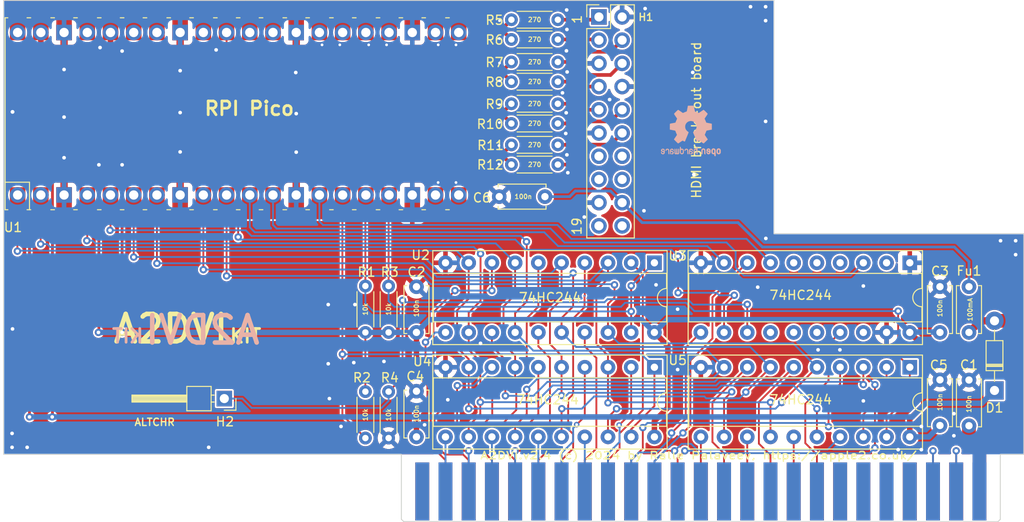
<source format=kicad_pcb>
(kicad_pcb (version 20240108) (generator "pcbnew") (generator_version "8.0")
  (title_block (title "A2DVI.v2.4"))
  (layers (0 "F.Cu" signal) (31 "B.Cu" signal) (34 "B.Paste" user) (35 "F.Paste" user) (36 "B.SilkS" user "B.Silkscreen") (37 "F.SilkS" user "F.Silkscreen") (38 "B.Mask" user) (39 "F.Mask" user) (44 "Edge.Cuts" user))
  (net 0 "")
  (net 1 "GND")
  (net 2 "3.3V")
  (net 3 "VSYS")
  (net 4 "5V")
  (net 5 "PHI0")
  (net 6 "RW")
  (net 7 "DevSel")
  (net 8 "D0")
  (net 9 "D1")
  (net 10 "D2")
  (net 11 "D3")
  (net 12 "D4")
  (net 13 "D5")
  (net 14 "D6")
  (net 15 "D7")
  (net 16 "A8")
  (net 17 "A9")
  (net 18 "A15")
  (net 19 "A14")
  (net 20 "A10")
  (net 21 "A11")
  (net 22 "A12")
  (net 23 "A13")
  (net 24 "A0")
  (net 25 "A1")
  (net 26 "A2")
  (net 27 "A3")
  (net 28 "A4")
  (net 29 "A5")
  (net 30 "A6")
  (net 31 "A7")
  (net 32 "DATAOE")
  (net 33 "LSBOE")
  (net 34 "MSBOE")
  (net 35 "L-PHI0")
  (net 36 "L-RW")
  (net 37 "D2_N")
  (net 38 "D2_P")
  (net 39 "D1_P")
  (net 40 "D1_N")
  (net 41 "D0_P")
  (net 42 "D0_N")
  (net 43 "CK_P")
  (net 44 "CK_N")
  (net 45 "SYNC")
  (net 46 "L-DevSel")
  (net 47 "AD0")
  (net 48 "AD1")
  (net 49 "AD2")
  (net 50 "AD3")
  (net 51 "AD4")
  (net 52 "AD5")
  (net 53 "AD6")
  (net 54 "AD7")
  (net 55 "IOSel")
  (net 56 "AltChr")
  (net 57 "5Vout")
  (net 58 "L-AltChr")
  (footprint "Package_DIP:DIP-20_W7.62mm_Socket" (layer "F.Cu") (at 140.081 125.97005 -90)
    (property "Reference" "U2")
    (property "Value" "74HC244")
  )
  (footprint "" (layer "F.Cu") (at 119.761 150.98905)
    (property "Reference" "")
    (property "Value" "")
  )
  (footprint "" (layer "F.Cu") (at 132.461 150.98905)
    (property "Reference" "")
    (property "Value" "")
  )
  (footprint "" (layer "F.Cu") (at 135.001 150.98905)
    (property "Reference" "")
    (property "Value" "")
  )
  (footprint "" (layer "F.Cu") (at 145.161 150.98905)
    (property "Reference" "")
    (property "Value" "")
  )
  (footprint "" (layer "F.Cu") (at 140.081 150.98905)
    (property "Reference" "")
    (property "Value" "")
  )
  (footprint "Resistor_THT:R_Axial_DIN0204_L3.6mm_D1.6mm_P5.08mm_Horizontal" (layer "F.Cu") (at 129.5146 106.15805 180)
    (property "Reference" "R8")
    (property "Value" "270")
  )
  (footprint "" (layer "F.Cu") (at 129.921 150.98905)
    (property "Reference" "")
    (property "Value" "")
  )
  (footprint "Resistor_THT:R_Axial_DIN0204_L3.6mm_D1.6mm_P5.08mm_Horizontal" (layer "F.Cu") (at 110.998 145.14705 90)
    (property "Reference" "R4")
    (property "Value" "10k")
  )
  (footprint "Resistor_THT:R_Axial_DIN0204_L3.6mm_D1.6mm_P5.08mm_Horizontal" (layer "F.Cu") (at 129.5146 113.06685 180)
    (property "Reference" "R11")
    (property "Value" "270")
  )
  (footprint "RaspberryPI PicoW:RPi_PicoW_SMD_TH" (layer "F.Cu") (at 94.53955 109.66325 90)
    (property "Reference" "U1")
    (property "Value" "Pico" (hide yes))
  )
  (footprint "Capacitor_THT:C_Disc_D5.0mm_W2.5mm_P5.00mm" (layer "F.Cu") (at 171.323 143.77545 90)
    (property "Reference" "C5")
    (property "Value" "100n")
  )
  (footprint "" (layer "F.Cu") (at 168.021 150.98905)
    (property "Reference" "")
    (property "Value" "")
  )
  (footprint "Capacitor_THT:C_Disc_D5.0mm_W2.5mm_P5.00mm" (layer "F.Cu") (at 174.498 138.79705 -90)
    (property "Reference" "C1")
    (property "Value" "100n")
  )
  (footprint "Capacitor_THT:C_Disc_D5.0mm_W2.5mm_P5.00mm" (layer "F.Cu") (at 171.323 133.59005 90)
    (property "Reference" "C3")
    (property "Value" "100n")
  )
  (footprint "" (layer "F.Cu") (at 155.321 150.98905)
    (property "Reference" "")
    (property "Value" "")
  )
  (footprint "Package_DIP:DIP-20_W7.62mm_Socket" (layer "F.Cu") (at 168.021 137.40005 -90)
    (property "Reference" "U5")
    (property "Value" "74HC244")
  )
  (footprint "" (layer "F.Cu") (at 114.681 150.98905)
    (property "Reference" "")
    (property "Value" "")
  )
  (footprint "" (layer "F.Cu") (at 175.641 150.98905)
    (property "Reference" "")
    (property "Value" "")
  )
  (footprint "" (layer "F.Cu") (at 132.461 150.98905)
    (property "Reference" "")
    (property "Value" "")
  )
  (footprint "" (layer "F.Cu") (at 152.781 150.98905)
    (property "Reference" "")
    (property "Value" "")
  )
  (footprint "" (layer "F.Cu") (at 137.541 150.98905)
    (property "Reference" "")
    (property "Value" "")
  )
  (footprint "" (layer "F.Cu") (at 168.021 150.98905)
    (property "Reference" "")
    (property "Value" "")
  )
  (footprint "" (layer "F.Cu") (at 165.481 150.98905)
    (property "Reference" "")
    (property "Value" "")
  )
  (footprint "Resistor_THT:R_Axial_DIN0204_L3.6mm_D1.6mm_P5.08mm_Horizontal" (layer "F.Cu") (at 129.5146 103.99905 180)
    (property "Reference" "R7")
    (property "Value" "270")
  )
  (footprint "" (layer "F.Cu") (at 157.861 150.98905)
    (property "Reference" "")
    (property "Value" "")
  )
  (footprint "Resistor_THT:R_Axial_DIN0204_L3.6mm_D1.6mm_P5.08mm_Horizontal" (layer "F.Cu") (at 129.5146 115.22585 180)
    (property "Reference" "R12")
    (property "Value" "270")
  )
  (footprint "" (layer "F.Cu") (at 119.761 150.98905)
    (property "Reference" "")
    (property "Value" "")
  )
  (footprint "" (layer "F.Cu") (at 147.701 150.98905)
    (property "Reference" "")
    (property "Value" "")
  )
  (footprint "" (layer "F.Cu") (at 173.101 150.98905)
    (property "Reference" "")
    (property "Value" "")
  )
  (footprint "Capacitor_THT:C_Disc_D5.0mm_W2.5mm_P5.00mm" (layer "F.Cu") (at 123.103 118.73105)
    (property "Reference" "C6")
    (property "Value" "100n")
  )
  (footprint "" (layer "F.Cu") (at 147.701 150.98905)
    (property "Reference" "")
    (property "Value" "")
  )
  (footprint "" (layer "F.Cu") (at 129.921 150.98905)
    (property "Reference" "")
    (property "Value" "")
  )
  (footprint "Connector_PinHeader_2.54mm:PinHeader_2x10_P2.54mm_Vertical" (layer "F.Cu") (at 134.0104 99.07145)
    (property "Reference" "H1")
    (property "Value" "PinHeader_2x10_P2.54mm_Vertical" (hide yes))
  )
  (footprint "" (layer "F.Cu") (at 142.621 150.98905)
    (property "Reference" "")
    (property "Value" "")
  )
  (footprint "" (layer "F.Cu") (at 122.301 150.98905)
    (property "Reference" "")
    (property "Value" "")
  )
  (footprint "" (layer "F.Cu") (at 117.221 150.98905)
    (property "Reference" "")
    (property "Value" "")
  )
  (footprint "Resistor_THT:R_Axial_DIN0204_L3.6mm_D1.6mm_P5.08mm_Horizontal" (layer "F.Cu") (at 129.5146 110.73005 180)
    (property "Reference" "R10")
    (property "Value" "270")
  )
  (footprint "Resistor_THT:R_Axial_DIN0204_L3.6mm_D1.6mm_P5.08mm_Horizontal" (layer "F.Cu") (at 129.5146 99.37625 180)
    (property "Reference" "R5")
    (property "Value" "270")
  )
  (footprint "" (layer "F.Cu") (at 165.481 150.98905)
    (property "Reference" "")
    (property "Value" "")
  )
  (footprint "" (layer "F.Cu") (at 162.941 150.98905)
    (property "Reference" "")
    (property "Value" "")
  )
  (footprint "" (layer "F.Cu") (at 124.841 150.98905)
    (property "Reference" "")
    (property "Value" "")
  )
  (footprint "Resistor_THT:R_Axial_DIN0204_L3.6mm_D1.6mm_P5.08mm_Horizontal" (layer "F.Cu") (at 108.458 128.51005 -90)
    (property "Reference" "R1")
    (property "Value" "10k")
  )
  (footprint "" (layer "F.Cu") (at 173.101 150.98905)
    (property "Reference" "")
    (property "Value" "")
  )
  (footprint "Diode_THT:D_DO-34_SOD68_P7.62mm_Horizontal" (layer "F.Cu") (at 177.292 139.94005 90)
    (property "Reference" "D1")
    (property "Value" "D_DO-34_SOD68_P7.62mm_Horizontal" (hide yes))
  )
  (footprint "Capacitor_THT:C_Disc_D5.0mm_W2.5mm_P5.00mm" (layer "F.Cu") (at 114.046 133.59005 90)
    (property "Reference" "C2")
    (property "Value" "100n")
  )
  (footprint "Package_DIP:DIP-20_W7.62mm_Socket" (layer "F.Cu") (at 140.081 137.40005 -90)
    (property "Reference" "U4")
    (property "Value" "74HC244")
  )
  (footprint "" (layer "F.Cu") (at 122.301 150.98905)
    (property "Reference" "")
    (property "Value" "")
  )
  (footprint "" (layer "F.Cu") (at 127.381 150.98905)
    (property "Reference" "")
    (property "Value" "")
  )
  (footprint "" (layer "F.Cu") (at 160.401 150.98905)
    (property "Reference" "")
    (property "Value" "")
  )
  (footprint "Resistor_THT:R_Axial_DIN0204_L3.6mm_D1.6mm_P5.08mm_Horizontal" (layer "F.Cu") (at 129.5146 108.57105 180)
    (property "Reference" "R9")
    (property "Value" "270")
  )
  (footprint "" (layer "F.Cu") (at 150.241 150.98905)
    (property "Reference" "")
    (property "Value" "")
  )
  (footprint "Resistor_THT:R_Axial_DIN0204_L3.6mm_D1.6mm_P5.08mm_Horizontal" (layer "F.Cu") (at 108.458 145.14705 90)
    (property "Reference" "R2")
    (property "Value" "10k")
  )
  (footprint "" (layer "F.Cu") (at 137.541 150.98905)
    (property "Reference" "")
    (property "Value" "")
  )
  (footprint "" (layer "F.Cu") (at 127.381 150.98905)
    (property "Reference" "")
    (property "Value" "")
  )
  (footprint "" (layer "F.Cu") (at 142.621 150.98905)
    (property "Reference" "")
    (property "Value" "")
  )
  (footprint "" (layer "F.Cu") (at 140.081 150.98905)
    (property "Reference" "")
    (property "Value" "")
  )
  (footprint "" (layer "F.Cu") (at 150.241 150.98905)
    (property "Reference" "")
    (property "Value" "")
  )
  (footprint "Capacitor_THT:C_Disc_D5.0mm_W2.5mm_P5.00mm" (layer "F.Cu") (at 114.046 145.02005 90)
    (property "Reference" "C4")
    (property "Value" "100n")
  )
  (footprint "Resistor_THT:R_Axial_DIN0204_L3.6mm_D1.6mm_P5.08mm_Horizontal" (layer "F.Cu") (at 110.998 128.51005 -90)
    (property "Reference" "R3")
    (property "Value" "10k")
  )
  (footprint "" (layer "F.Cu") (at 145.161 150.98905)
    (property "Reference" "")
    (property "Value" "")
  )
  (footprint "Resistor_THT:R_Axial_DIN0204_L3.6mm_D1.6mm_P5.08mm_Horizontal" (layer "F.Cu") (at 129.5146 101.53525 180)
    (property "Reference" "R6")
    (property "Value" "270")
  )
  (footprint "" (layer "F.Cu") (at 114.681 150.98905)
    (property "Reference" "")
    (property "Value" "")
  )
  (footprint "Package_DIP:DIP-20_W7.62mm_Socket" (layer "F.Cu") (at 168.021 125.97005 -90)
    (property "Reference" "U3")
    (property "Value" "74HC244")
  )
  (footprint "" (layer "F.Cu") (at 170.561 150.98905)
    (property "Reference" "")
    (property "Value" "")
  )
  (footprint "" (layer "F.Cu") (at 160.401 150.98905)
    (property "Reference" "")
    (property "Value" "")
  )
  (footprint "" (layer "F.Cu") (at 124.841 150.98905)
    (property "Reference" "")
    (property "Value" "")
  )
  (footprint "" (layer "F.Cu") (at 152.781 150.98905)
    (property "Reference" "")
    (property "Value" "")
  )
  (footprint "" (layer "F.Cu") (at 175.641 150.98905)
    (property "Reference" "")
    (property "Value" "")
  )
  (footprint "" (layer "F.Cu") (at 155.321 150.98905)
    (property "Reference" "")
    (property "Value" "")
  )
  (footprint "" (layer "F.Cu") (at 162.941 150.98905)
    (property "Reference" "")
    (property "Value" "")
  )
  (footprint "" (layer "F.Cu") (at 157.861 150.98905)
    (property "Reference" "")
    (property "Value" "")
  )
  (footprint "" (layer "F.Cu") (at 135.001 150.98905)
    (property "Reference" "")
    (property "Value" "")
  )
  (footprint "" (layer "F.Cu") (at 170.561 150.98905)
    (property "Reference" "")
    (property "Value" "")
  )
  (footprint "Capacitor_THT:C_Disc_D5.0mm_W2.5mm_P5.00mm" (layer "F.Cu") (at 174.498 133.59005 90)
    (property "Reference" "Fu1")
    (property "Value" "100mA")
  )
  (footprint "" (layer "F.Cu") (at 117.221 150.98905)
    (property "Reference" "")
    (property "Value" "")
  )
  (footprint "Connector_PinHeader_2.54mm:PinHeader_1x01_P2.54mm_Horizontal" (layer "F.Cu") (at 93.021 140.82905 180)
    (property "Reference" "H2")
    (property "Value" "PinHeader_1x01_P2.54mm_Horizontal" (hide yes))
  )
  (footprint "Symbol:OSHW-Logo2_7.3x6mm_SilkScreen" (layer "B.Cu") (at 144.0688 111.54285 180)
    (property "Reference" "REF**" (hide yes))
    (property "Value" "OSHW-Logo2_7.3x6mm_SilkScreen" (hide yes))
  )
  (gr_line (start 112.395 154.03705) (end 112.395 146.925) (stroke (width 0.1)) (layer "Edge.Cuts"))
  (gr_line (start 177.927 154.03705) (end 177.927 146.925) (stroke (width 0.1)) (layer "Edge.Cuts"))
  (gr_line (start 177.927 154.03705) (end 177.673 154.29105) (stroke (width 0.1)) (layer "Edge.Cuts"))
  (gr_line (start 180.4924 122.7951) (end 180.4924 146.92505) (stroke (width 0.1)) (layer "Edge.Cuts"))
  (gr_line (start 68.8848 97.26805) (end 68.8848 146.925) (stroke (width 0.1)) (layer "Edge.Cuts"))
  (gr_line (start 112.649 154.280243) (end 112.395 154.03705) (stroke (width 0.1)) (layer "Edge.Cuts"))
  (gr_line (start 112.395 146.925) (end 68.8848 146.925) (stroke (width 0.1)) (layer "Edge.Cuts"))
  (gr_line (start 112.649 154.280243) (end 177.673 154.29105) (stroke (width 0.1)) (layer "Edge.Cuts"))
  (gr_line (start 180.4924 146.92505) (end 177.927 146.925) (stroke (width 0.1)) (layer "Edge.Cuts"))
  (gr_line (start 180.4924 122.7951) (end 153.162 122.79505) (stroke (width 0.1)) (layer "Edge.Cuts"))
  (gr_line (start 153.162 97.26805) (end 68.8848 97.26805) (stroke (width 0.1)) (layer "Edge.Cuts"))
  (gr_line (start 153.162 97.26805) (end 153.162 122.79505) (stroke (width 0.1)) (layer "Edge.Cuts"))
  (gr_text "A2DVI" (at 97.1804 135.085788 0) (layer "B.SilkS") (effects (font (size 3 3) (thickness 0.5) (bold yes)) (justify left bottom mirror)))
  (gr_text "KIT" (at 84.328 134.86005 0) (layer "B.SilkS") (effects (font (size 1.5 1.5) (thickness 0.3) (bold yes)) (justify left bottom mirror)))
  (gr_text "ALTCHR" (at 83.115 143.87705 0) (layer "F.SilkS") (effects (font (size 0.8 0.8)) (justify left bottom)))
  (gr_text "" (at 152.781 153.328713 0) (layer "F.SilkS") (effects (font (size 1.27 1.27))))
  (gr_text "A2DVI.v2.4 (c) 2024 by Ralle Palaveev, https://apple2.co.uk/" (at 144.907 147.05205 0) (layer "F.SilkS") (effects (font (size 0.8 1))))
  (gr_text "RPI Pico" (at 90.7034 109.96805 0) (layer "F.SilkS") (effects (font (size 1.5 1.5) (thickness 0.3) (bold yes)) (justify left bottom)))
  (gr_text "1" (at 132.207 99.90965 90) (layer "F.SilkS") (effects (font (size 1 1)) (justify left bottom)))
  (gr_text "A2DVI" (at 80.6196 134.958788 0) (layer "F.SilkS") (effects (font (size 3 3) (thickness 0.5) (bold yes)) (justify left bottom)))
  (gr_text "19" (at 132.1816 123.02365 90) (layer "F.SilkS") (effects (font (size 1 1)) (justify left bottom)))
  (gr_text "KIT" (at 93.472 134.86005 0) (layer "F.SilkS") (effects (font (size 1.5 1.5) (thickness 0.3) (bold yes)) (justify left bottom)))
  (gr_text "HDMI break-out board" (at 145.2626 119.03585 90) (layer "F.SilkS") (effects (font (size 1 1)) (justify left bottom)))
  (gr_text "" (at 152.781 153.328713 0) (layer "F.SilkS") (effects (font (size 1.27 1.27))))
  (segment (start 170.561 150.98905) (end 170.561 146.54405) (width 0.2) (layer "F.Cu") (net 0))
  (segment (start 173.101 150.98905) (end 173.101 146.54405) (width 0.2) (layer "F.Cu") (net 0))
  (via (at 170.561 146.54405) (size 0.8) (drill 0.4) (layers "F.Cu" "B.Cu") (net 0))
  (via (at 173.101 146.54405) (size 0.8) (drill 0.4) (layers "F.Cu" "B.Cu") (net 0))
  (segment (start 170.561 150.98905) (end 170.561 146.54405) (width 0.2) (layer "B.Cu") (net 0))
  (segment (start 173.101 150.98905) (end 173.101 146.54405) (width 0.2) (layer "B.Cu") (net 0))
  (segment (start 75.48955 100.87235) (end 75.48955 104.8233) (width 0.8) (layer "F.Cu") (net 1))
  (segment (start 100.88955 100.77325) (end 100.88955 105.1027) (width 0.8) (layer "F.Cu") (net 1))
  (segment (start 88.18955 113.8403) (end 88.18955 118.52535) (width 0.8) (layer "F.Cu") (net 1))
  (segment (start 100.83875 105.1535) (end 100.88955 105.2043) (width 0.8) (layer "F.Cu") (net 1))
  (segment (start 75.48955 104.8233) (end 75.48955 110.0303) (width 0.8) (layer "F.Cu") (net 1))
  (segment (start 88.293521 118.449279) (end 88.31655 118.42625) (width 0.2) (layer "F.Cu") (net 1))
  (segment (start 88.18955 104.9503) (end 88.18955 109.53625) (width 0.8) (layer "F.Cu") (net 1))
  (segment (start 87.87755 118.86525) (end 88.18955 118.55325) (width 0.5) (layer "F.Cu") (net 1))
  (segment (start 100.88955 105.1027) (end 100.83875 105.1535) (width 0.8) (layer "F.Cu") (net 1))
  (segment (start 88.18955 109.53625) (end 88.18955 113.8403) (width 0.8) (layer "F.Cu") (net 1))
  (segment (start 100.88955 113.8657) (end 100.88955 118.55325) (width 0.8) (layer "F.Cu") (net 1))
  (segment (start 100.88955 109.6493) (end 100.88955 113.8657) (width 0.8) (layer "F.Cu") (net 1))
  (segment (start 100.88955 105.2043) (end 100.88955 109.6493) (width 0.8) (layer "F.Cu") (net 1))
  (segment (start 88.18955 100.74535) (end 88.18955 104.9503) (width 0.8) (layer "F.Cu") (net 1))
  (segment (start 75.48955 110.0303) (end 75.48955 114.4753) (width 0.8) (layer "F.Cu") (net 1))
  (segment (start 75.48955 114.4753) (end 75.48955 118.65235) (width 0.8) (layer "F.Cu") (net 1))
  (via (at 130.429 109.56165) (size 0.8) (drill 0.4) (layers "F.Cu" "B.Cu") (net 1))
  (via (at 142.621 137.65405) (size 0.8) (drill 0.4) (layers "F.Cu" "B.Cu") (net 1))
  (via (at 107.188 136.89205) (size 0.8) (drill 0.4) (layers "F.Cu" "B.Cu") (net 1))
  (via (at 79.29955 115.25125) (size 0.8) (drill 0.4) (layers "F.Cu" "B.Cu") (net 1))
  (via (at 103.7153 102.1258) (size 0.6) (drill 0.3) (layers "F.Cu" "B.Cu") (net 1))
  (via (at 130.4798 98.30945) (size 0.8) (drill 0.4) (layers "F.Cu" "B.Cu") (net 1))
  (via (at 116.427 102.12275) (size 0.6) (drill 0.3) (layers "F.Cu" "B.Cu") (net 1))
  (via (at 123.134101 104.111851) (size 0.6) (drill 0.3) (layers "F.Cu" "B.Cu") (net 1))
  (via (at 169.291 143.87705) (size 0.8) (drill 0.4) (layers "F.Cu" "B.Cu") (net 1))
  (via (at 88.18955 109.53625) (size 0.8) (drill 0.4) (layers "F.Cu" "B.Cu") (net 1))
  (via (at 100.83875 105.1535) (size 0.8) (drill 0.4) (layers "F.Cu" "B.Cu") (net 1))
  (via (at 118.3711 117.188) (size 0.6) (drill 0.3) (layers "F.Cu" "B.Cu") (net 1))
  (via (at 100.88955 109.6493) (size 0.8) (drill 0.4) (layers "F.Cu" "B.Cu") (net 1))
  (via (at 151.384 128.63705) (size 0.8) (drill 0.4) (layers "F.Cu" "B.Cu") (net 1))
  (via (at 71.4502 146.16305) (size 0.8) (drill 0.4) (layers "F.Cu" "B.Cu") (net 1))
  (via (at 110.7765 102.1258) (size 0.6) (drill 0.3) (layers "F.Cu" "B.Cu") (net 1))
  (via (at 135.1788 108.11385) (size 0.8) (drill 0.4) (layers "F.Cu" "B.Cu") (net 1))
  (via (at 130.4544 102.77985) (size 0.8) (drill 0.4) (layers "F.Cu" "B.Cu") (net 1))
  (via (at 152.2476 99.47785) (size 0.8) (drill 0.4) (layers "F.Cu" "B.Cu") (net 1))
  (via (at 69.85 109.46005) (size 0.8) (drill 0.4) (layers "F.Cu" "B.Cu") (net 1))
  (via (at 117.475 140.95605) (size 0.8) (drill 0.4) (layers "F.Cu" "B.Cu") (net 1))
  (via (at 157.988 135.49505) (size 0.8) (drill 0.4) (layers "F.Cu" "B.Cu") (net 1))
  (via (at 140.2588 128.38305) (size 0.8) (drill 0.4) (layers "F.Cu" "B.Cu") (net 1))
  (via (at 123.063 115.17505) (size 0.6) (drill 0.3) (layers "F.Cu" "B.Cu") (net 1))
  (via (at 81.83955 102.80525) (size 0.8) (drill 0.4) (layers "F.Cu" "B.Cu") (net 1))
  (via (at 121.0564 134.78385) (size 0.8) (drill 0.4) (layers "F.Cu" "B.Cu") (net 1))
  (via (at 105.791 143.87705) (size 0.8) (drill 0.4) (layers "F.Cu" "B.Cu") (net 1))
  (via (at 105.6599 102.123252) (size 0.6) (drill 0.3) (layers "F.Cu" "B.Cu") (net 1))
  (via (at 104.394 137.01905) (size 0.8) (drill 0.4) (layers "F.Cu" "B.Cu") (net 1))
  (via (at 118.3711 102.1258) (size 0.6) (drill 0.3) (layers "F.Cu" "B.Cu") (net 1))
  (via (at 150.5966 97.95385) (size 0.8) (drill 0.4) (layers "F.Cu" "B.Cu") (net 1))
  (via (at 104.521 140.82905) (size 0.8) (drill 0.4) (layers "F.Cu" "B.Cu") (net 1))
  (via (at 166.751 146.41705) (size 0.8) (drill 0.4) (layers "F.Cu" "B.Cu") (net 1))
  (via (at 110.49 136.76505) (size 0.8) (drill 0.4) (layers "F.Cu" "B.Cu") (net 1))
  (via (at 130.0226 107.37725) (size 0.8) (drill 0.4) (layers "F.Cu" "B.Cu") (net 1))
  (via (at 123.133543 106.05185) (size 0.6) (drill 0.3) (layers "F.Cu" "B.Cu") (net 1))
  (via (at 75.48955 110.0303) (size 0.8) (drill 0.4) (layers "F.Cu" "B.Cu") (net 1))
  (via (at 144.399 116.31805) (size 0.8) (drill 0.4) (layers "F.Cu" "B.Cu") (net 1))
  (via (at 88.18955 104.9503) (size 0.8) (drill 0.4) (layers "F.Cu" "B.Cu") (net 1))
  (via (at 107.315 130.54205) (size 0.8) (drill 0.4) (layers "F.Cu" "B.Cu") (net 1))
  (via (at 100.88955 113.8657) (size 0.8) (drill 0.4) (layers "F.Cu" "B.Cu") (net 1))
  (via (at 162.941 141.08305) (size 0.8) (drill 0.4) (layers "F.Cu" "B.Cu") (net 1))
  (via (at 177.9524 123.55705) (size 0.8) (drill 0.4) (layers "F.Cu" "B.Cu") (net 1))
  (via (at 123.133545 99.48245) (size 0.6) (drill 0.3) (layers "F.Cu" "B.Cu") (net 1))
  (via (at 144.272 105.14205) (size 0.8) (drill 0.4) (layers "F.Cu" "B.Cu") (net 1))
  (via (at 123.1138 110.62845) (size 0.6) (drill 0.3) (layers "F.Cu" "B.Cu") (net 1))
  (via (at 160.3756 135.49505) (size 0.8) (drill 0.4) (layers "F.Cu" "B.Cu") (net 1))
  (via (at 123.1138 101.43365) (size 0.6) (drill 0.3) (layers "F.Cu" "B.Cu") (net 1))
  (via (at 81.83955 115.25125) (size 0.8) (drill 0.4) (layers "F.Cu" "B.Cu") (net 1))
  (via (at 139.065 98.15705) (size 0.8) (drill 0.4) (layers "F.Cu" "B.Cu") (net 1))
  (via (at 172.847 144.89305) (size 0.8) (drill 0.4) (layers "F.Cu" "B.Cu") (net 1))
  (via (at 132.4102 120.96625) (size 0.8) (drill 0.4) (layers "F.Cu" "B.Cu") (net 1))
  (via (at 108.8207 102.1258) (size 0.6) (drill 0.3) (layers "F.Cu" "B.Cu") (net 1))
  (via (at 79.42655 102.42425) (size 0.8) (drill 0.4) (layers "F.Cu" "B.Cu") (net 1))
  (via (at 152.2476 110.50145) (size 0.8) (drill 0.4) (layers "F.Cu" "B.Cu") (net 1))
  (via (at 114.935 143.69925) (size 0.8) (drill 0.4) (layers "F.Cu" "B.Cu") (net 1))
  (via (at 75.48955 104.8233) (size 0.8) (drill 0.4) (layers "F.Cu" "B.Cu") (net 1))
  (via (at 130.6068 116.11485) (size 0.8) (drill 0.4) (layers "F.Cu" "B.Cu") (net 1))
  (via (at 142.621 131.05005) (size 0.8) (drill 0.4) (layers "F.Cu" "B.Cu") (net 1))
  (via (at 92.12655 102.67825) (size 0.8) (drill 0.4) (layers "F.Cu" "B.Cu") (net 1))
  (via (at 75.48955 114.4753) (size 0.8) (drill 0.4) (layers "F.Cu" "B.Cu") (net 1))
  (via (at 138.938 120.28045) (size 0.8) (drill 0.4) (layers "F.Cu" "B.Cu") (net 1))
  (via (at 88.18955 113.8403) (size 0.8) (drill 0.4) (layers "F.Cu" "B.Cu") (net 1))
  (via (at 172.847 142.48005) (size 0.8) (drill 0.4) (layers "F.Cu" "B.Cu") (net 1))
  (via (at 116.4153 117.188) (size 0.6) (drill 0.3) (layers "F.Cu" "B.Cu") (net 1))
  (via (at 130.3782 111.82225) (size 0.8) (drill 0.4) (layers "F.Cu" "B.Cu") (net 1))
  (via (at 130.5052 114.15905) (size 0.8) (drill 0.4) (layers "F.Cu" "B.Cu") (net 1))
  (via (at 130.5052 100.44305) (size 0.8) (drill 0.4) (layers "F.Cu" "B.Cu") (net 1))
  (via (at 130.5306 105.09125) (size 0.8) (drill 0.4) (layers "F.Cu" "B.Cu") (net 1))
  (via (at 104.394 130.54205) (size 0.8) (drill 0.4) (layers "F.Cu" "B.Cu") (net 1))
  (via (at 69.7992 144.63905) (size 0.8) (drill 0.4) (layers "F.Cu" "B.Cu") (net 1))
  (via (at 123.1138 108.67265) (size 0.6) (drill 0.3) (layers "F.Cu" "B.Cu") (net 1))
  (via (at 179.6034 123.55705) (size 0.8) (drill 0.4) (layers "F.Cu" "B.Cu") (net 1))
  (via (at 69.85 109.46005) (size 0.8) (drill 0.4) (layers "F.Cu" "B.Cu") (net 1))
  (via (at 69.85 133.20905) (size 0.8) (drill 0.4) (layers "F.Cu" "B.Cu") (net 1))
  (via (at 179.6034 125.08105) (size 0.8) (drill 0.4) (layers "F.Cu" "B.Cu") (net 1))
  (via (at 123.063 113.14305) (size 0.6) (drill 0.3) (layers "F.Cu" "B.Cu") (net 1))
  (via (at 91.313 146.16305) (size 0.8) (drill 0.4) (layers "F.Cu" "B.Cu") (net 1))
  (via (at 152.273 123.30305) (size 0.8) (drill 0.4) (layers "F.Cu" "B.Cu") (net 1))
  (via (at 152.2476 97.95385) (size 0.8) (drill 0.4) (layers "F.Cu" "B.Cu") (net 1))
  (via (at 69.7992 146.16305) (size 0.8) (drill 0.4) (layers "F.Cu" "B.Cu") (net 1))
  (via (at 162.941 128.51005) (size 0.8) (drill 0.4) (layers "F.Cu" "B.Cu") (net 1))
  (via (at 169.291 146.41705) (size 0.8) (drill 0.4) (layers "F.Cu" "B.Cu") (net 1))
  (segment (start 175.641 151.05255) (end 175.641 146.29005) (width 1.5) (layer "B.Cu") (net 1))
  (segment (start 79.2988 116.3671) (end 79.29955 116.36635) (width 0.3) (layer "F.Cu") (net 2))
  (segment (start 81.83955 116.36635) (end 81.8388 116.3671) (width 0.3) (layer "F.Cu") (net 2))
  (segment (start 115.443 140.82905) (end 114.046 142.22605) (width 0.6) (layer "F.Cu") (net 2))
  (segment (start 169.545 141.54025) (end 169.545 135.11405) (width 0.6) (layer "F.Cu") (net 2))
  (segment (start 79.2988 133.53925) (end 79.2988 116.3671) (width 0.3) (layer "F.Cu") (net 2))
  (segment (start 141.5542 141.81965) (end 141.5542 135.06325) (width 0.6) (layer "F.Cu") (net 2))
  (segment (start 168.021 145.02005) (end 168.021 143.06425) (width 0.6) (layer "F.Cu") (net 2))
  (segment (start 108.458 133.59005) (end 108.458 140.06705) (width 0.2) (layer "F.Cu") (net 2))
  (segment (start 115.443 139.30505) (end 115.443 140.82905) (width 0.6) (layer "F.Cu") (net 2))
  (segment (start 169.545 135.11405) (end 168.021 133.59005) (width 0.6) (layer "F.Cu") (net 2))
  (segment (start 140.081 143.29285) (end 141.5542 141.81965) (width 0.6) (layer "F.Cu") (net 2))
  (segment (start 79.248 133.59005) (end 79.2988 133.53925) (width 0.3) (layer "F.Cu") (net 2))
  (segment (start 114.046 133.59005) (end 114.046 137.90805) (width 0.6) (layer "F.Cu") (net 2))
  (segment (start 114.046 142.22605) (end 114.046 145.02005) (width 0.6) (layer "F.Cu") (net 2))
  (segment (start 114.046 137.90805) (end 115.443 139.30505) (width 0.6) (layer "F.Cu") (net 2))
  (segment (start 79.29955 116.36635) (end 81.83955 116.36635) (width 0.5) (layer "F.Cu") (net 2))
  (segment (start 168.021 143.06425) (end 169.545 141.54025) (width 0.6) (layer "F.Cu") (net 2))
  (segment (start 80.56955 100.77325) (end 80.56955 116.23935) (width 0.6) (layer "F.Cu") (net 2))
  (segment (start 80.56955 116.23935) (end 80.69655 116.36635) (width 0.5) (layer "F.Cu") (net 2))
  (segment (start 141.5542 135.06325) (end 140.081 133.59005) (width 0.6) (layer "F.Cu") (net 2))
  (segment (start 81.83955 116.36635) (end 80.69655 116.36635) (width 0.3) (layer "F.Cu") (net 2))
  (segment (start 140.081 145.02005) (end 140.081 143.29285) (width 0.6) (layer "F.Cu") (net 2))
  (segment (start 81.8388 116.3671) (end 81.8388 133.59005) (width 0.3) (layer "F.Cu") (net 2))
  (via (at 81.8388 133.59005) (size 0.8) (drill 0.4) (layers "F.Cu" "B.Cu") (net 2))
  (via (at 79.248 133.59005) (size 0.8) (drill 0.4) (layers "F.Cu" "B.Cu") (net 2))
  (segment (start 114.046 133.59005) (end 115.443 132.19305) (width 0.6) (layer "B.Cu") (net 2))
  (segment (start 138.684 132.19305) (end 140.081 133.59005) (width 0.6) (layer "B.Cu") (net 2))
  (segment (start 81.8388 133.59005) (end 108.458 133.59005) (width 0.6) (layer "B.Cu") (net 2))
  (segment (start 166.624 132.19305) (end 168.021 133.59005) (width 0.6) (layer "B.Cu") (net 2))
  (segment (start 168.021 145.02005) (end 170.1038 145.02005) (width 0.6) (layer "B.Cu") (net 2))
  (segment (start 108.458 133.59005) (end 110.998 133.59005) (width 0.6) (layer "B.Cu") (net 2))
  (segment (start 168.021 133.59005) (end 168.061 133.55005) (width 0.6) (layer "B.Cu") (net 2))
  (segment (start 140.081 133.59005) (end 141.478 132.19305) (width 0.6) (layer "B.Cu") (net 2))
  (segment (start 79.248 133.59005) (end 81.8388 133.59005) (width 0.6) (layer "B.Cu") (net 2))
  (segment (start 110.998 133.59005) (end 114.046 133.59005) (width 0.6) (layer "B.Cu") (net 2))
  (segment (start 170.1038 145.02005) (end 171.3484 143.77545) (width 0.6) (layer "B.Cu") (net 2))
  (segment (start 141.478 132.19305) (end 166.624 132.19305) (width 0.6) (layer "B.Cu") (net 2))
  (segment (start 115.443 132.19305) (end 138.684 132.19305) (width 0.6) (layer "B.Cu") (net 2))
  (segment (start 168.061 133.55005) (end 171.283 133.55005) (width 0.6) (layer "B.Cu") (net 2))
  (segment (start 171.283 133.55005) (end 171.323 133.59005) (width 0.6) (layer "B.Cu") (net 2))
  (segment (start 71.7042 116.40495) (end 71.67955 116.3803) (width 0.3) (layer "F.Cu") (net 3))
  (segment (start 74.21955 116.3803) (end 73.0011 116.3803) (width 0.3) (layer "F.Cu") (net 3))
  (segment (start 74.2188 142.86105) (end 74.2188 142.93725) (width 0.3) (layer "F.Cu") (net 3))
  (segment (start 71.7042 142.72525) (end 71.7042 116.40495) (width 0.3) (layer "F.Cu") (net 3))
  (segment (start 71.67955 116.3803) (end 74.21955 116.3803) (width 0.5) (layer "F.Cu") (net 3))
  (segment (start 74.1934 142.83565) (end 74.2188 142.86105) (width 0.3) (layer "F.Cu") (net 3))
  (segment (start 74.2188 142.81025) (end 74.2188 116.38105) (width 0.3) (layer "F.Cu") (net 3))
  (segment (start 72.94955 100.7872) (end 72.94955 116.32875) (width 0.6) (layer "F.Cu") (net 3))
  (segment (start 74.1934 142.83565) (end 74.2188 142.81025) (width 0.3) (layer "F.Cu") (net 3))
  (segment (start 73.0011 116.3803) (end 72.94955 116.32875) (width 0.3) (layer "F.Cu") (net 3))
  (segment (start 72.94955 116.32875) (end 72.898 116.3803) (width 0.5) (layer "F.Cu") (net 3))
  (segment (start 71.8146 142.83565) (end 71.7042 142.72525) (width 0.3) (layer "F.Cu") (net 3))
  (segment (start 74.2188 116.38105) (end 74.21955 116.3803) (width 0.3) (layer "F.Cu") (net 3))
  (via (at 74.1934 142.83565) (size 0.8) (drill 0.4) (layers "F.Cu" "B.Cu") (net 3))
  (via (at 71.7042 142.83565) (size 0.8) (drill 0.4) (layers "F.Cu" "B.Cu") (net 3))
  (segment (start 168.275 142.83565) (end 169.7736 141.33705) (width 0.6) (layer "B.Cu") (net 3))
  (segment (start 74.1934 142.83565) (end 168.275 142.83565) (width 0.6) (layer "B.Cu") (net 3))
  (segment (start 175.895 141.33705) (end 177.292 139.94005) (width 0.6) (layer "B.Cu") (net 3))
  (segment (start 74.1934 142.83565) (end 71.7042 142.83565) (width 0.6) (layer "B.Cu") (net 3))
  (segment (start 169.7736 141.33705) (end 175.895 141.33705) (width 0.6) (layer "B.Cu") (net 3))
  (segment (start 175.768 132.32005) (end 174.498 133.59005) (width 0.8) (layer "F.Cu") (net 4))
  (segment (start 179.6796 146.109388) (end 175.641 146.109388) (width 1.5) (layer "F.Cu") (net 4))
  (segment (start 175.641 146.109388) (end 175.641 150.98905) (width 1.5) (layer "F.Cu") (net 4))
  (segment (start 177.292 132.32005) (end 179.6796 132.32005) (width 1.5) (layer "F.Cu") (net 4))
  (segment (start 179.6796 132.32005) (end 179.6796 146.109388) (width 1.5) (layer "F.Cu") (net 4))
  (segment (start 175.641 146.109388) (end 174.498 144.966388) (width 1.5) (layer "F.Cu") (net 4))
  (segment (start 177.292 132.32005) (end 175.768 132.32005) (width 0.8) (layer "F.Cu") (net 4))
  (segment (start 174.498 144.966388) (end 174.498 143.79705) (width 1.5) (layer "F.Cu") (net 4))
  (segment (start 144.018 136.66345) (end 146.431 134.25045) (width 0.2) (layer "F.Cu") (net 5))
  (segment (start 150.2156 125.97005) (end 150.241 125.97005) (width 0.2) (layer "F.Cu") (net 5))
  (segment (start 144.018 143.77545) (end 144.018 136.66345) (width 0.2) (layer "F.Cu") (net 5))
  (segment (start 143.2052 144.58825) (end 144.018 143.77545) (width 0.2) (layer "F.Cu") (net 5))
  (segment (start 146.431 134.25045) (end 146.431 129.75465) (width 0.2) (layer "F.Cu") (net 5))
  (segment (start 146.431 129.75465) (end 150.2156 125.97005) (width 0.2) (layer "F.Cu") (net 5))
  (via (at 143.2052 144.58825) (size 0.8) (drill 0.4) (layers "F.Cu" "B.Cu") (net 5))
  (segment (start 140.081 147.68705) (end 140.081 150.98905) (width 0.2) (layer "B.Cu") (net 5))
  (segment (start 143.2052 144.58825) (end 143.1798 144.58825) (width 0.2) (layer "B.Cu") (net 5))
  (segment (start 143.1798 144.58825) (end 140.081 147.68705) (width 0.2) (layer "B.Cu") (net 5))
  (segment (start 156.591 145.70585) (end 156.591 141.41325) (width 0.2) (layer "F.Cu") (net 6))
  (segment (start 159.131 138.87325) (end 159.131 134.86005) (width 0.2) (layer "F.Cu") (net 6))
  (segment (start 156.591 141.41325) (end 159.131 138.87325) (width 0.2) (layer "F.Cu") (net 6))
  (segment (start 159.131 134.86005) (end 160.401 133.59005) (width 0.2) (layer "F.Cu") (net 6))
  (segment (start 157.861 150.98905) (end 157.861 146.97585) (width 0.2) (layer "F.Cu") (net 6))
  (segment (start 157.861 146.97585) (end 156.591 145.70585) (width 0.2) (layer "F.Cu") (net 6))
  (segment (start 143.51 135.24105) (end 145.161 133.59005) (width 0.2) (layer "F.Cu") (net 7))
  (segment (start 141.9606 144.58825) (end 143.51 143.03885) (width 0.2) (layer "F.Cu") (net 7))
  (segment (start 143.51 143.03885) (end 143.51 135.24105) (width 0.2) (layer "F.Cu") (net 7))
  (via (at 141.9606 144.58825) (size 0.8) (drill 0.4) (layers "F.Cu" "B.Cu") (net 7))
  (segment (start 138.3792 146.72185) (end 140.3096 146.72185) (width 0.2) (layer "B.Cu") (net 7))
  (segment (start 137.541 150.98905) (end 137.541 147.56005) (width 0.2) (layer "B.Cu") (net 7))
  (segment (start 141.9606 145.07085) (end 141.9606 144.58825) (width 0.2) (layer "B.Cu") (net 7))
  (segment (start 137.541 147.56005) (end 138.3792 146.72185) (width 0.2) (layer "B.Cu") (net 7))
  (segment (start 140.3096 146.72185) (end 141.9606 145.07085) (width 0.2) (layer "B.Cu") (net 7))
  (segment (start 117.221 150.98905) (end 117.221 145.02005) (width 0.2) (layer "B.Cu") (net 8))
  (segment (start 118.491 139.43205) (end 118.491 145.80745) (width 0.2) (layer "F.Cu") (net 9))
  (segment (start 118.491 145.80745) (end 119.2276 146.54405) (width 0.2) (layer "F.Cu") (net 9))
  (segment (start 119.2276 146.54405) (end 119.761 146.54405) (width 0.2) (layer "F.Cu") (net 9))
  (segment (start 118.5164 139.40665) (end 118.491 139.43205) (width 0.2) (layer "F.Cu") (net 9))
  (via (at 119.761 146.54405) (size 0.8) (drill 0.4) (layers "F.Cu" "B.Cu") (net 9))
  (via (at 118.5164 139.40665) (size 0.8) (drill 0.4) (layers "F.Cu" "B.Cu") (net 9))
  (segment (start 118.5164 139.40665) (end 120.2944 139.40665) (width 0.2) (layer "B.Cu") (net 9))
  (segment (start 119.761 150.98905) (end 119.761 146.54405) (width 0.2) (layer "B.Cu") (net 9))
  (segment (start 120.2944 139.40665) (end 122.301 137.40005) (width 0.2) (layer "B.Cu") (net 9))
  (segment (start 122.301 150.98905) (end 122.301 145.02005) (width 0.2) (layer "B.Cu") (net 10))
  (segment (start 127.381 142.53085) (end 126.1364 143.77545) (width 0.2) (layer "F.Cu") (net 11))
  (segment (start 126.1364 145.80745) (end 125.3998 146.54405) (width 0.2) (layer "F.Cu") (net 11))
  (segment (start 126.1364 143.77545) (end 126.1364 145.80745) (width 0.2) (layer "F.Cu") (net 11))
  (segment (start 127.381 137.40005) (end 127.381 142.53085) (width 0.2) (layer "F.Cu") (net 11))
  (segment (start 125.3998 146.54405) (end 124.841 146.54405) (width 0.2) (layer "F.Cu") (net 11))
  (via (at 124.841 146.54405) (size 0.8) (drill 0.4) (layers "F.Cu" "B.Cu") (net 11))
  (segment (start 124.841 150.98905) (end 124.841 146.54405) (width 0.2) (layer "B.Cu") (net 11))
  (segment (start 127.381 150.98905) (end 127.381 145.02005) (width 0.2) (layer "B.Cu") (net 12))
  (segment (start 131.572 143.67385) (end 132.461 142.78485) (width 0.2) (layer "F.Cu") (net 13))
  (segment (start 132.461 142.78485) (end 132.461 137.40005) (width 0.2) (layer "F.Cu") (net 13))
  (via (at 131.572 143.67385) (size 0.6) (drill 0.3) (layers "F.Cu" "B.Cu") (net 13))
  (segment (start 129.921 146.79805) (end 129.921 150.98905) (width 0.2) (layer "B.Cu") (net 13))
  (segment (start 131.191 145.52805) (end 129.921 146.79805) (width 0.2) (layer "B.Cu") (net 13))
  (segment (start 131.191 144.05485) (end 131.191 145.52805) (width 0.2) (layer "B.Cu") (net 13))
  (segment (start 131.572 143.67385) (end 131.191 144.05485) (width 0.2) (layer "B.Cu") (net 13))
  (segment (start 132.461 150.98905) (end 132.461 145.02005) (width 0.2) (layer "B.Cu") (net 14))
  (segment (start 137.541 142.40385) (end 137.541 137.40005) (width 0.2) (layer "F.Cu") (net 15))
  (segment (start 136.2202 143.72465) (end 137.541 142.40385) (width 0.2) (layer "F.Cu") (net 15))
  (via (at 136.2202 143.72465) (size 0.6) (drill 0.3) (layers "F.Cu" "B.Cu") (net 15))
  (segment (start 136.271 145.57885) (end 135.001 146.84885) (width 0.2) (layer "B.Cu") (net 15))
  (segment (start 135.001 146.84885) (end 135.001 150.98905) (width 0.2) (layer "B.Cu") (net 15))
  (segment (start 136.271 143.77545) (end 136.271 145.57885) (width 0.2) (layer "B.Cu") (net 15))
  (segment (start 136.2202 143.72465) (end 136.271 143.77545) (width 0.2) (layer "B.Cu") (net 15))
  (segment (start 160.401 139.22885) (end 160.401 137.40005) (width 0.2) (layer "F.Cu") (net 16))
  (segment (start 137.541 147.56005) (end 137.541 150.98905) (width 0.2) (layer "F.Cu") (net 16))
  (segment (start 138.811 146.29005) (end 137.541 147.56005) (width 0.2) (layer "F.Cu") (net 16))
  (segment (start 159.131 140.49885) (end 160.401 139.22885) (width 0.2) (layer "F.Cu") (net 16))
  (segment (start 138.811 144.00405) (end 138.811 146.29005) (width 0.2) (layer "F.Cu") (net 16))
  (segment (start 159.131 143.90245) (end 159.131 140.49885) (width 0.2) (layer "F.Cu") (net 16))
  (via (at 159.131 143.90245) (size 0.8) (drill 0.4) (layers "F.Cu" "B.Cu") (net 16))
  (via (at 138.811 144.00405) (size 0.8) (drill 0.4) (layers "F.Cu" "B.Cu") (net 16))
  (segment (start 139.319 143.49605) (end 157.226 143.49605) (width 0.2) (layer "B.Cu") (net 16))
  (segment (start 157.226 143.49605) (end 158.7246 143.49605) (width 0.2) (layer "B.Cu") (net 16))
  (segment (start 138.811 144.00405) (end 139.319 143.49605) (width 0.2) (layer "B.Cu") (net 16))
  (segment (start 158.7246 143.49605) (end 159.131 143.90245) (width 0.2) (layer "B.Cu") (net 16))
  (segment (start 142.2908 146.54405) (end 141.2113 146.54405) (width 0.2) (layer "F.Cu") (net 17))
  (segment (start 141.2113 146.54405) (end 140.081 147.67435) (width 0.2) (layer "F.Cu") (net 17))
  (segment (start 140.081 147.67435) (end 140.081 150.98905) (width 0.2) (layer "F.Cu") (net 17))
  (via (at 142.2908 146.54405) (size 0.8) (drill 0.4) (layers "F.Cu" "B.Cu") (net 17))
  (segment (start 144.717086 146.39805) (end 159.023 146.39805) (width 0.2) (layer "B.Cu") (net 17))
  (segment (start 144.101086 145.78205) (end 144.717086 146.39805) (width 0.2) (layer "B.Cu") (net 17))
  (segment (start 159.023 146.39805) (end 160.401 145.02005) (width 0.2) (layer "B.Cu") (net 17))
  (segment (start 143.0528 145.78205) (end 144.101086 145.78205) (width 0.2) (layer "B.Cu") (net 17))
  (segment (start 142.2908 146.54405) (end 143.0528 145.78205) (width 0.2) (layer "B.Cu") (net 17))
  (segment (start 155.321 150.98905) (end 155.321 145.02005) (width 0.2) (layer "F.Cu") (net 18))
  (segment (start 151.511 145.75665) (end 151.511 141.21005) (width 0.2) (layer "F.Cu") (net 19))
  (segment (start 151.511 141.21005) (end 155.321 137.40005) (width 0.2) (layer "F.Cu") (net 19))
  (segment (start 152.781 150.98905) (end 152.781 147.02665) (width 0.2) (layer "F.Cu") (net 19))
  (segment (start 152.781 147.02665) (end 151.511 145.75665) (width 0.2) (layer "F.Cu") (net 19))
  (segment (start 164.211 142.20065) (end 165.481 140.93065) (width 0.2) (layer "F.Cu") (net 20))
  (segment (start 142.621 147.33145) (end 143.4084 146.54405) (width 0.2) (layer "F.Cu") (net 20))
  (segment (start 142.621 150.98905) (end 142.621 147.33145) (width 0.2) (layer "F.Cu") (net 20))
  (segment (start 164.211 146.21385) (end 164.211 142.20065) (width 0.2) (layer "F.Cu") (net 20))
  (segment (start 165.481 140.93065) (end 165.481 137.40005) (width 0.2) (layer "F.Cu") (net 20))
  (via (at 143.4084 146.54405) (size 0.8) (drill 0.4) (layers "F.Cu" "B.Cu") (net 20))
  (via (at 164.211 146.21385) (size 0.8) (drill 0.4) (layers "F.Cu" "B.Cu") (net 20))
  (segment (start 144.5514 146.79805) (end 144.2974 146.54405) (width 0.2) (layer "B.Cu") (net 20))
  (segment (start 164.211 146.21385) (end 163.6268 146.79805) (width 0.2) (layer "B.Cu") (net 20))
  (segment (start 144.2974 146.54405) (end 143.4084 146.54405) (width 0.2) (layer "B.Cu") (net 20))
  (segment (start 163.6268 146.79805) (end 144.5514 146.79805) (width 0.2) (layer "B.Cu") (net 20))
  (segment (start 145.161 150.98905) (end 145.161 145.02005) (width 0.2) (layer "F.Cu") (net 21))
  (segment (start 147.701 146.84885) (end 146.431 145.57885) (width 0.2) (layer "F.Cu") (net 22))
  (segment (start 146.431 145.57885) (end 146.431 141.21005) (width 0.2) (layer "F.Cu") (net 22))
  (segment (start 146.431 141.21005) (end 150.241 137.40005) (width 0.2) (layer "F.Cu") (net 22))
  (segment (start 147.701 150.98905) (end 147.701 146.84885) (width 0.2) (layer "F.Cu") (net 22))
  (segment (start 150.241 150.98905) (end 150.241 145.02005) (width 0.2) (layer "F.Cu") (net 23))
  (segment (start 117.221 147.56005) (end 117.221 150.98905) (width 0.2) (layer "F.Cu") (net 24))
  (segment (start 116.078 141.84505) (end 115.6208 142.30225) (width 0.2) (layer "F.Cu") (net 24))
  (segment (start 116.078 138.92405) (end 116.078 141.84505) (width 0.2) (layer "F.Cu") (net 24))
  (segment (start 115.6208 142.30225) (end 115.6208 145.95985) (width 0.2) (layer "F.Cu") (net 24))
  (segment (start 115.6208 145.95985) (end 117.221 147.56005) (width 0.2) (layer "F.Cu") (net 24))
  (segment (start 115.0366 134.65685) (end 115.0366 137.88265) (width 0.2) (layer "F.Cu") (net 24))
  (segment (start 115.0366 137.88265) (end 116.078 138.92405) (width 0.2) (layer "F.Cu") (net 24))
  (via (at 115.0366 134.65685) (size 0.8) (drill 0.4) (layers "F.Cu" "B.Cu") (net 24))
  (segment (start 115.0366 134.65685) (end 116.1034 133.59005) (width 0.2) (layer "B.Cu") (net 24))
  (segment (start 116.1034 133.59005) (end 117.221 133.59005) (width 0.2) (layer "B.Cu") (net 24))
  (segment (start 122.301 129.01805) (end 122.301 125.97005) (width 0.2) (layer "F.Cu") (net 25))
  (segment (start 117.177086 146.95045) (end 119.1514 146.95045) (width 0.2) (layer "F.Cu") (net 25))
  (segment (start 115.9002 138.082407) (end 116.478 138.660207) (width 0.2) (layer "F.Cu") (net 25))
  (segment (start 116.0208 145.794164) (end 117.177086 146.95045) (width 0.2) (layer "F.Cu") (net 25))
  (segment (start 118.2624 129.01305) (end 115.9002 131.37525) (width 0.2) (layer "F.Cu") (net 25))
  (segment (start 116.478 142.33405) (end 116.0208 142.79125) (width 0.2) (layer "F.Cu") (net 25))
  (segment (start 119.1514 146.95045) (end 119.761 147.56005) (width 0.2) (layer "F.Cu") (net 25))
  (segment (start 119.761 147.56005) (end 119.761 150.98905) (width 0.2) (layer "F.Cu") (net 25))
  (segment (start 115.9002 131.37525) (end 115.9002 138.082407) (width 0.2) (layer "F.Cu") (net 25))
  (segment (start 116.0208 142.79125) (end 116.0208 145.794164) (width 0.2) (layer "F.Cu") (net 25))
  (segment (start 116.478 138.660207) (end 116.478 142.33405) (width 0.2) (layer "F.Cu") (net 25))
  (via (at 122.301 129.01805) (size 0.8) (drill 0.4) (layers "F.Cu" "B.Cu") (net 25))
  (via (at 118.2624 129.01305) (size 0.8) (drill 0.4) (layers "F.Cu" "B.Cu") (net 25))
  (segment (start 118.2624 129.01305) (end 122.296 129.01305) (width 0.2) (layer "B.Cu") (net 25))
  (segment (start 122.296 129.01305) (end 122.301 129.01805) (width 0.2) (layer "B.Cu") (net 25))
  (segment (start 122.301 147.56005) (end 122.301 150.98905) (width 0.2) (layer "F.Cu") (net 26))
  (segment (start 121.031 143.95325) (end 121.031 146.29005) (width 0.2) (layer "F.Cu") (net 26))
  (segment (start 122.301 135.11405) (end 123.571 136.38405) (width 0.2) (layer "F.Cu") (net 26))
  (segment (start 122.3391 142.64515) (end 121.031 143.95325) (width 0.2) (layer "F.Cu") (net 26))
  (segment (start 122.301 133.59005) (end 122.301 135.11405) (width 0.2) (layer "F.Cu") (net 26))
  (segment (start 123.571 136.38405) (end 123.571 138.16205) (width 0.2) (layer "F.Cu") (net 26))
  (segment (start 122.3391 139.39395) (end 122.3391 142.64515) (width 0.2) (layer "F.Cu") (net 26))
  (segment (start 121.031 146.29005) (end 122.301 147.56005) (width 0.2) (layer "F.Cu") (net 26))
  (segment (start 123.571 138.16205) (end 122.3391 139.39395) (width 0.2) (layer "F.Cu") (net 26))
  (segment (start 127.381 125.97005) (end 127.381 130.77065) (width 0.2) (layer "F.Cu") (net 27))
  (segment (start 124.968 139.68605) (end 124.968 142.07365) (width 0.2) (layer "F.Cu") (net 27))
  (segment (start 126.111 132.04065) (end 126.111 138.54305) (width 0.2) (layer "F.Cu") (net 27))
  (segment (start 124.968 142.07365) (end 123.571 143.47065) (width 0.2) (layer "F.Cu") (net 27))
  (segment (start 127.381 130.77065) (end 126.111 132.04065) (width 0.2) (layer "F.Cu") (net 27))
  (segment (start 126.111 138.54305) (end 124.968 139.68605) (width 0.2) (layer "F.Cu") (net 27))
  (segment (start 124.841 147.56005) (end 124.841 150.98905) (width 0.2) (layer "F.Cu") (net 27))
  (segment (start 123.571 143.47065) (end 123.571 146.29005) (width 0.2) (layer "F.Cu") (net 27))
  (segment (start 123.571 146.29005) (end 124.841 147.56005) (width 0.2) (layer "F.Cu") (net 27))
  (segment (start 128.651 136.38405) (end 127.381 135.11405) (width 0.2) (layer "F.Cu") (net 28))
  (segment (start 127.381 150.98905) (end 127.381 147.56005) (width 0.2) (layer "F.Cu") (net 28))
  (segment (start 127.381 147.56005) (end 128.651 146.29005) (width 0.2) (layer "F.Cu") (net 28))
  (segment (start 128.651 146.29005) (end 128.651 136.38405) (width 0.2) (layer "F.Cu") (net 28))
  (segment (start 127.381 135.11405) (end 127.381 133.59005) (width 0.2) (layer "F.Cu") (net 28))
  (segment (start 131.191 144.71525) (end 130.6464 144.17065) (width 0.2) (layer "F.Cu") (net 29))
  (segment (start 132.4356 129.58805) (end 132.4356 130.82145) (width 0.2) (layer "F.Cu") (net 29))
  (segment (start 130.6464 144.17065) (end 130.6464 140.89105) (width 0.2) (layer "F.Cu") (net 29))
  (segment (start 129.921 147.56005) (end 131.191 146.29005) (width 0.2) (layer "F.Cu") (net 29))
  (segment (start 132.4356 130.82145) (end 131.191 132.06605) (width 0.2) (layer "F.Cu") (net 29))
  (segment (start 129.921 150.98905) (end 129.921 147.56005) (width 0.2) (layer "F.Cu") (net 29))
  (segment (start 131.191 140.34645) (end 131.191 134.37745) (width 0.2) (layer "F.Cu") (net 29))
  (segment (start 131.191 132.06605) (end 131.191 134.55525) (width 0.2) (layer "F.Cu") (net 29))
  (segment (start 131.191 146.29005) (end 131.191 144.71525) (width 0.2) (layer "F.Cu") (net 29))
  (segment (start 132.461 129.56265) (end 132.461 125.97005) (width 0.2) (layer "F.Cu") (net 29))
  (segment (start 132.4356 129.58805) (end 132.461 129.56265) (width 0.2) (layer "F.Cu") (net 29))
  (segment (start 130.6464 140.89105) (end 131.191 140.34645) (width 0.2) (layer "F.Cu") (net 29))
  (segment (start 132.4356 129.58805) (end 132.4244 129.57685) (width 0.2) (layer "B.Cu") (net 29))
  (segment (start 131.826 125.97005) (end 132.461 125.97005) (width 0.2) (layer "B.Cu") (net 29))
  (segment (start 133.731 136.38405) (end 132.461 135.11405) (width 0.2) (layer "F.Cu") (net 30))
  (segment (start 132.461 147.56005) (end 133.731 146.29005) (width 0.2) (layer "F.Cu") (net 30))
  (segment (start 133.731 146.29005) (end 133.731 136.38405) (width 0.2) (layer "F.Cu") (net 30))
  (segment (start 132.461 135.11405) (end 132.461 133.59005) (width 0.2) (layer "F.Cu") (net 30))
  (segment (start 132.461 150.98905) (end 132.461 147.56005) (width 0.2) (layer "F.Cu") (net 30))
  (segment (start 136.271 144.632164) (end 136.271 146.29005) (width 0.2) (layer "F.Cu") (net 31))
  (segment (start 138.811 142.092164) (end 136.271 144.632164) (width 0.2) (layer "F.Cu") (net 31))
  (segment (start 138.811 127.24005) (end 138.811 142.092164) (width 0.2) (layer "F.Cu") (net 31))
  (segment (start 137.541 125.97005) (end 138.811 127.24005) (width 0.2) (layer "F.Cu") (net 31))
  (segment (start 135.001 147.56005) (end 135.001 150.98905) (width 0.2) (layer "F.Cu") (net 31))
  (segment (start 136.271 146.29005) (end 135.001 147.56005) (width 0.2) (layer "F.Cu") (net 31))
  (segment (start 105.9434 142.63245) (end 105.9434 135.97765) (width 0.2) (layer "F.Cu") (net 32))
  (segment (start 105.9434 135.97765) (end 105.9434 130.66905) (width 0.2) (layer "F.Cu") (net 32))
  (segment (start 105.9434 131.58345) (end 105.9434 130.66905) (width 0.2) (layer "F.Cu") (net 32))
  (segment (start 140.081 141.64185) (end 137.541 144.18185) (width 0.2) (layer "F.Cu") (net 32))
  (segment (start 105.9434 130.66905) (end 105.9434 118.5794) (width 0.2) (layer "F.Cu") (net 32))
  (segment (start 140.081 137.40005) (end 140.081 141.64185) (width 0.2) (layer "F.Cu") (net 32))
  (segment (start 105.9434 118.5794) (end 105.96955 118.55325) (width 0.2) (layer "F.Cu") (net 32))
  (segment (start 108.458 145.14705) (end 105.9434 142.63245) (width 0.2) (layer "F.Cu") (net 32))
  (segment (start 137.541 144.18185) (end 137.541 145.02005) (width 0.2) (layer "F.Cu") (net 32))
  (via (at 105.9434 135.97765) (size 0.8) (drill 0.4) (layers "F.Cu" "B.Cu") (net 32))
  (segment (start 138.6648 135.98385) (end 105.9496 135.98385) (width 0.2) (layer "B.Cu") (net 32))
  (segment (start 140.081 137.40005) (end 138.6648 135.98385) (width 0.2) (layer "B.Cu") (net 32))
  (segment (start 137.541 133.59005) (end 137.541 131.29305) (width 0.2) (layer "F.Cu") (net 33))
  (segment (start 137.541 128.48465) (end 137.541 131.29305) (width 0.2) (layer "F.Cu") (net 33))
  (segment (start 108.458 128.51005) (end 108.458 118.6048) (width 0.2) (layer "F.Cu") (net 33))
  (segment (start 108.458 118.6048) (end 108.50955 118.55325) (width 0.2) (layer "F.Cu") (net 33))
  (segment (start 108.50955 118.55325) (end 108.50955 120.6983) (width 0.2) (layer "F.Cu") (net 33))
  (segment (start 137.541 129.06885) (end 137.541 128.48465) (width 0.2) (layer "F.Cu") (net 33))
  (via (at 137.541 128.48465) (size 0.8) (drill 0.4) (layers "F.Cu" "B.Cu") (net 33))
  (via (at 137.541 131.29305) (size 0.8) (drill 0.4) (layers "F.Cu" "B.Cu") (net 33))
  (segment (start 140.0556 125.97005) (end 140.081 125.97005) (width 0.2) (layer "B.Cu") (net 33))
  (segment (start 109.336 131.29305) (end 108.458 130.41505) (width 0.2) (layer "B.Cu") (net 33))
  (segment (start 137.541 131.29305) (end 109.336 131.29305) (width 0.2) (layer "B.Cu") (net 33))
  (segment (start 108.458 130.41505) (end 108.458 128.51005) (width 0.2) (layer "B.Cu") (net 33))
  (segment (start 137.541 128.48465) (end 140.0556 125.97005) (width 0.2) (layer "B.Cu") (net 33))
  (segment (start 168.021 137.40005) (end 168.021 140.47345) (width 0.2) (layer "F.Cu") (net 34))
  (segment (start 166.751 131.25325) (end 166.751 135.34265) (width 0.2) (layer "F.Cu") (net 34))
  (segment (start 165.481 143.01345) (end 165.481 145.02005) (width 0.2) (layer "F.Cu") (net 34))
  (segment (start 110.998 128.51005) (end 110.998 118.6048) (width 0.2) (layer "F.Cu") (net 34))
  (segment (start 110.998 118.6048) (end 111.04955 118.55325) (width 0.2) (layer "F.Cu") (net 34))
  (segment (start 168.021 140.47345) (end 165.481 143.01345) (width 0.2) (layer "F.Cu") (net 34))
  (segment (start 166.751 135.34265) (end 166.751 136.13005) (width 0.2) (layer "F.Cu") (net 34))
  (segment (start 166.751 136.13005) (end 168.021 137.40005) (width 0.2) (layer "F.Cu") (net 34))
  (via (at 166.751 131.25325) (size 0.8) (drill 0.4) (layers "F.Cu" "B.Cu") (net 34))
  (segment (start 136.429114 130.78345) (end 111.6204 130.78345) (width 0.2) (layer "B.Cu") (net 34))
  (segment (start 136.862514 130.35005) (end 136.429114 130.78345) (width 0.2) (layer "B.Cu") (net 34))
  (segment (start 110.998 130.16105) (end 110.998 128.51005) (width 0.2) (layer "B.Cu") (net 34))
  (segment (start 166.751 131.25325) (end 144.4498 131.25325) (width 0.2) (layer "B.Cu") (net 34))
  (segment (start 144.4498 131.25325) (end 143.5466 130.35005) (width 0.2) (layer "B.Cu") (net 34))
  (segment (start 111.6204 130.78345) (end 110.998 130.16105) (width 0.2) (layer "B.Cu") (net 34))
  (segment (start 143.5466 130.35005) (end 136.862514 130.35005) (width 0.2) (layer "B.Cu") (net 34))
  (segment (start 94.53955 103.4156) (end 93.26955 102.1456) (width 0.2) (layer "F.Cu") (net 35))
  (segment (start 147.066 133.59005) (end 147.701 133.59005) (width 0.2) (layer "F.Cu") (net 35))
  (segment (start 142.6718 125.25885) (end 142.6718 129.25005) (width 0.2) (layer "F.Cu") (net 35))
  (segment (start 93.26955 102.1456) (end 93.26955 100.77325) (width 0.2) (layer "F.Cu") (net 35))
  (segment (start 147.701 130.64365) (end 147.701 133.59005) (width 0.2) (layer "F.Cu") (net 35))
  (segment (start 94.53955 123.14925) (end 94.53955 103.4156) (width 0.2) (layer "F.Cu") (net 35))
  (segment (start 148.8186 129.52605) (end 147.701 130.64365) (width 0.2) (layer "F.Cu") (net 35))
  (via (at 142.6718 129.25005) (size 0.8) (drill 0.4) (layers "F.Cu" "B.Cu") (net 35))
  (via (at 94.53955 123.14925) (size 0.8) (drill 0.4) (layers "F.Cu" "B.Cu") (net 35))
  (via (at 142.6718 125.25885) (size 0.8) (drill 0.4) (layers "F.Cu" "B.Cu") (net 35))
  (via (at 148.8186 129.52605) (size 0.8) (drill 0.4) (layers "F.Cu" "B.Cu") (net 35))
  (segment (start 142.6718 125.25885) (end 141.9606 124.54765) (width 0.2) (layer "B.Cu") (net 35))
  (segment (start 94.82035 123.43005) (end 94.53955 123.14925) (width 0.2) (layer "B.Cu") (net 35))
  (segment (start 125.98465 124.54765) (end 124.86705 123.43005) (width 0.2) (layer "B.Cu") (net 35))
  (segment (start 124.86705 123.43005) (end 94.82035 123.43005) (width 0.2) (layer "B.Cu") (net 35))
  (segment (start 142.6718 129.25005) (end 146.885365 129.25005) (width 0.2) (layer "B.Cu") (net 35))
  (segment (start 147.161365 129.52605) (end 148.8186 129.52605) (width 0.2) (layer "B.Cu") (net 35))
  (segment (start 141.9606 124.54765) (end 125.98465 124.54765) (width 0.2) (layer "B.Cu") (net 35))
  (segment (start 146.885365 129.25005) (end 147.161365 129.52605) (width 0.2) (layer "B.Cu") (net 35))
  (segment (start 98.34955 120.6983) (end 98.34955 118.55325) (width 0.2) (layer "F.Cu") (net 36))
  (segment (start 147.9678 123.74765) (end 130.2386 123.74765) (width 0.2) (layer "B.Cu") (net 36))
  (segment (start 98.749 122.23005) (end 98.34955 121.8306) (width 0.2) (layer "B.Cu") (net 36))
  (segment (start 98.34955 121.8306) (end 98.34955 118.55325) (width 0.2) (layer "B.Cu") (net 36))
  (segment (start 148.971 126.47805) (end 148.971 124.75085) (width 0.2) (layer "B.Cu") (net 36))
  (segment (start 148.971 124.75085) (end 147.9678 123.74765) (width 0.2) (layer "B.Cu") (net 36))
  (segment (start 162.941 125.97005) (end 161.544 127.36705) (width 0.2) (layer "B.Cu") (net 36))
  (segment (start 128.721 122.23005) (end 98.749 122.23005) (width 0.2) (layer "B.Cu") (net 36))
  (segment (start 130.2386 123.74765) (end 128.721 122.23005) (width 0.2) (layer "B.Cu") (net 36))
  (segment (start 149.86 127.36705) (end 148.971 126.47805) (width 0.2) (layer "B.Cu") (net 36))
  (segment (start 161.544 127.36705) (end 149.86 127.36705) (width 0.2) (layer "B.Cu") (net 36))
  (segment (start 122.607476 100.72245) (end 123.6164 100.72245) (width 0.4) (layer "F.Cu") (net 37))
  (segment (start 117.1265 101.7702) (end 117.1265 102.7354) (width 0.4) (layer "F.Cu") (net 37))
  (segment (start 119.807126 103.5228) (end 122.607476 100.72245) (width 0.4) (layer "F.Cu") (net 37))
  (segment (start 117.9139 103.5228) (end 119.807126 103.5228) (width 0.4) (layer "F.Cu") (net 37))
  (segment (start 129.5146 101.53525) (end 133.9342 101.53525) (width 0.4) (layer "F.Cu") (net 37))
  (segment (start 117.1265 102.7354) (end 117.9139 103.5228) (width 0.4) (layer "F.Cu") (net 37))
  (segment (start 123.6164 100.72245) (end 124.4292 101.53525) (width 0.4) (layer "F.Cu") (net 37))
  (segment (start 133.9342 101.53525) (end 134.0104 101.61145) (width 0.4) (layer "F.Cu") (net 37))
  (segment (start 116.12955 100.77325) (end 117.1265 101.7702) (width 0.4) (layer "F.Cu") (net 37))
  (segment (start 118.66955 100.77325) (end 117.6665 101.7763) (width 0.4) (layer "F.Cu") (net 38))
  (segment (start 118.137576 102.9828) (end 119.58345 102.9828) (width 0.4) (layer "F.Cu") (net 38))
  (segment (start 119.58345 102.9828) (end 122.3838 100.18245) (width 0.4) (layer "F.Cu") (net 38))
  (segment (start 117.6665 102.511724) (end 118.137576 102.9828) (width 0.4) (layer "F.Cu") (net 38))
  (segment (start 117.6665 101.7763) (end 117.6665 102.511724) (width 0.4) (layer "F.Cu") (net 38))
  (segment (start 129.5146 99.37625) (end 133.7056 99.37625) (width 0.4) (layer "F.Cu") (net 38))
  (segment (start 133.7056 99.37625) (end 134.0104 99.07145) (width 0.4) (layer "F.Cu") (net 38))
  (segment (start 123.623 100.18245) (end 124.4292 99.37625) (width 0.4) (layer "F.Cu") (net 38))
  (segment (start 122.3838 100.18245) (end 123.623 100.18245) (width 0.4) (layer "F.Cu") (net 38))
  (segment (start 110.924226 104.81185) (end 123.6164 104.81185) (width 0.4) (layer "F.Cu") (net 39))
  (segment (start 130.671371 103.99905) (end 129.5146 103.99905) (width 0.4) (layer "F.Cu") (net 39))
  (segment (start 123.6164 104.81185) (end 124.4292 103.99905) (width 0.4) (layer "F.Cu") (net 39))
  (segment (start 136.5504 101.61145) (end 135.2804 102.88145) (width 0.4) (layer "F.Cu") (net 39))
  (segment (start 110.0653 101.7575) (end 110.0653 103.952924) (width 0.4) (layer "F.Cu") (net 39))
  (segment (start 110.0653 103.952924) (end 110.924226 104.81185) (width 0.4) (layer "F.Cu") (net 39))
  (segment (start 135.2804 102.88145) (end 131.788971 102.88145) (width 0.4) (layer "F.Cu") (net 39))
  (segment (start 111.04955 100.77325) (end 110.0653 101.7575) (width 0.4) (layer "F.Cu") (net 39))
  (segment (start 131.788971 102.88145) (end 130.671371 103.99905) (width 0.4) (layer "F.Cu") (net 39))
  (segment (start 109.5253 104.1766) (end 109.5253 101.789) (width 0.4) (layer "F.Cu") (net 40))
  (segment (start 110.70055 105.35185) (end 109.5253 104.1766) (width 0.4) (layer "F.Cu") (net 40))
  (segment (start 109.5253 101.789) (end 108.50955 100.77325) (width 0.4) (layer "F.Cu") (net 40))
  (segment (start 131.0894 106.15805) (end 129.5146 106.15805) (width 0.4) (layer "F.Cu") (net 40))
  (segment (start 123.623 105.35185) (end 110.70055 105.35185) (width 0.4) (layer "F.Cu") (net 40))
  (segment (start 131.826 105.42145) (end 131.0894 106.15805) (width 0.4) (layer "F.Cu") (net 40))
  (segment (start 124.4292 106.15805) (end 123.623 105.35185) (width 0.4) (layer "F.Cu") (net 40))
  (segment (start 135.2804 105.42145) (end 131.826 105.42145) (width 0.4) (layer "F.Cu") (net 40))
  (segment (start 136.5504 104.15145) (end 135.2804 105.42145) (width 0.4) (layer "F.Cu") (net 40))
  (segment (start 109.984426 109.38385) (end 104.9599 104.359324) (width 0.4) (layer "F.Cu") (net 41))
  (segment (start 132.3848 106.69145) (end 130.5052 108.57105) (width 0.4) (layer "F.Cu") (net 41))
  (segment (start 124.4292 108.57105) (end 123.6164 109.38385) (width 0.4) (layer "F.Cu") (net 41))
  (segment (start 134.0104 106.69145) (end 132.3848 106.69145) (width 0.4) (layer "F.Cu") (net 41))
  (segment (start 104.9599 104.359324) (end 104.9599 101.7829) (width 0.4) (layer "F.Cu") (net 41))
  (segment (start 123.6164 109.38385) (end 109.984426 109.38385) (width 0.4) (layer "F.Cu") (net 41))
  (segment (start 130.5052 108.57105) (end 129.5146 108.57105) (width 0.4) (layer "F.Cu") (net 41))
  (segment (start 104.9599 101.7829) (end 105.96955 100.77325) (width 0.4) (layer "F.Cu") (net 41))
  (segment (start 134.0104 109.23145) (end 131.9022 109.23145) (width 0.4) (layer "F.Cu") (net 42))
  (segment (start 130.4036 110.73005) (end 129.5146 110.73005) (width 0.4) (layer "F.Cu") (net 42))
  (segment (start 109.76075 109.92385) (end 123.623 109.92385) (width 0.4) (layer "F.Cu") (net 42))
  (segment (start 131.9022 109.23145) (end 130.4036 110.73005) (width 0.4) (layer "F.Cu") (net 42))
  (segment (start 103.42955 100.77325) (end 104.4199 101.7636) (width 0.4) (layer "F.Cu") (net 42))
  (segment (start 104.4199 101.7636) (end 104.4199 104.583) (width 0.4) (layer "F.Cu") (net 42))
  (segment (start 123.623 109.92385) (end 124.4292 110.73005) (width 0.4) (layer "F.Cu") (net 42))
  (segment (start 104.4199 104.583) (end 109.76075 109.92385) (width 0.4) (layer "F.Cu") (net 42))
  (segment (start 116.25655 118.68025) (end 116.12955 118.55325) (width 0.2) (layer "F.Cu") (net 43))
  (segment (start 117.1265 115.800849) (end 119.054299 113.87305) (width 0.4) (layer "F.Cu") (net 43))
  (segment (start 117.1265 117.5563) (end 117.1265 115.800849) (width 0.4) (layer "F.Cu") (net 43))
  (segment (start 116.12955 118.55325) (end 117.1265 117.5563) (width 0.4) (layer "F.Cu") (net 43))
  (segment (start 135.2804 110.50145) (end 132.969 110.50145) (width 0.4) (layer "F.Cu") (net 43))
  (segment (start 136.5504 109.23145) (end 135.2804 110.50145) (width 0.4) (layer "F.Cu") (net 43))
  (segment (start 130.4036 113.06685) (end 129.5146 113.06685) (width 0.4) (layer "F.Cu") (net 43))
  (segment (start 123.623 113.87305) (end 124.4292 113.06685) (width 0.4) (layer "F.Cu") (net 43))
  (segment (start 132.969 110.50145) (end 130.4036 113.06685) (width 0.4) (layer "F.Cu") (net 43))
  (segment (start 119.054299 113.87305) (end 123.623 113.87305) (width 0.4) (layer "F.Cu") (net 43))
  (segment (start 133.0706 113.04145) (end 130.8862 115.22585) (width 0.4) (layer "F.Cu") (net 44))
  (segment (start 119.277975 114.41305) (end 123.6164 114.41305) (width 0.4) (layer "F.Cu") (net 44))
  (segment (start 130.8862 115.22585) (end 129.5146 115.22585) (width 0.4) (layer "F.Cu") (net 44))
  (segment (start 118.66955 118.55325) (end 117.6665 117.5502) (width 0.4) (layer "F.Cu") (net 44))
  (segment (start 124.4292 115.22585) (end 124.357427 115.22585) (width 0.4) (layer "F.Cu") (net 44))
  (segment (start 117.6665 117.5502) (end 117.6665 116.024525) (width 0.4) (layer "F.Cu") (net 44))
  (segment (start 118.66955 118.55325) (end 118.79655 118.68025) (width 0.2) (layer "F.Cu") (net 44))
  (segment (start 136.5504 111.77145) (end 135.2804 113.04145) (width 0.4) (layer "F.Cu") (net 44))
  (segment (start 123.6164 114.41305) (end 124.4292 115.22585) (width 0.4) (layer "F.Cu") (net 44))
  (segment (start 117.6665 116.024525) (end 119.277975 114.41305) (width 0.4) (layer "F.Cu") (net 44))
  (segment (start 135.2804 113.04145) (end 133.0706 113.04145) (width 0.4) (layer "F.Cu") (net 44))
  (segment (start 95.691271 118.608029) (end 95.7143 118.585) (width 0.2) (layer "F.Cu") (net 46))
  (segment (start 95.7143 120.236) (end 95.7143 118.585) (width 0.2) (layer "F.Cu") (net 46))
  (segment (start 145.8786 124.14765) (end 147.701 125.97005) (width 0.2) (layer "B.Cu") (net 46))
  (segment (start 128.0288 122.63005) (end 129.5464 124.14765) (width 0.2) (layer "B.Cu") (net 46))
  (segment (start 95.80955 118.55325) (end 95.80955 122.0846) (width 0.2) (layer "B.Cu") (net 46))
  (segment (start 96.355 122.63005) (end 128.0288 122.63005) (width 0.2) (layer "B.Cu") (net 46))
  (segment (start 95.80955 122.0846) (end 96.355 122.63005) (width 0.2) (layer "B.Cu") (net 46))
  (segment (start 129.5464 124.14765) (end 145.8786 124.14765) (width 0.2) (layer "B.Cu") (net 46))
  (segment (start 119.761 141.93565) (end 119.761 137.40005) (width 0.2) (layer "F.Cu") (net 47))
  (segment (start 70.3834 124.70005) (end 70.3834 118.5794) (width 0.2) (layer "F.Cu") (net 47))
  (segment (start 119.761 136.51105) (end 119.761 137.40005) (width 0.2) (layer "F.Cu") (net 47))
  (segment (start 119.761 129.90705) (end 118.491 131.17705) (width 0.2) (layer "F.Cu") (net 47))
  (segment (start 157.861 141.93565) (end 157.861 145.02005) (width 0.2) (layer "F.Cu") (net 47))
  (segment (start 118.491 135.24105) (end 119.761 136.51105) (width 0.2) (layer "F.Cu") (net 47))
  (segment (start 119.761 125.97005) (end 119.761 129.90705) (width 0.2) (layer "F.Cu") (net 47))
  (segment (start 70.3834 118.5794) (end 70.40955 118.55325) (width 0.2) (layer "F.Cu") (net 47))
  (segment (start 118.491 131.17705) (end 118.491 135.24105) (width 0.2) (layer "F.Cu") (net 47))
  (via (at 157.861 141.93565) (size 0.8) (drill 0.4) (layers "F.Cu" "B.Cu") (net 47))
  (via (at 70.3834 124.70005) (size 0.8) (drill 0.4) (layers "F.Cu" "B.Cu") (net 47))
  (via (at 119.761 141.93565) (size 0.8) (drill 0.4) (layers "F.Cu" "B.Cu") (net 47))
  (segment (start 127.4064 141.92125) (end 129.5338 139.79385) (width 0.2) (layer "B.Cu") (net 47))
  (segment (start 119.7754 141.92125) (end 127.4064 141.92125) (width 0.2) (layer "B.Cu") (net 47))
  (segment (start 147.404257 139.39385) (end 155.2938 139.39385) (width 0.2) (layer "B.Cu") (net 47))
  (segment (start 70.4342 124.64925) (end 118.4402 124.64925) (width 0.2) (layer "B.Cu") (net 47))
  (segment (start 119.761 141.93565) (end 119.7754 141.92125) (width 0.2) (layer "B.Cu") (net 47))
  (segment (start 129.5338 139.79385) (end 147.004257 139.79385) (width 0.2) (layer "B.Cu") (net 47))
  (segment (start 155.2938 139.39385) (end 157.8356 141.93565) (width 0.2) (layer "B.Cu") (net 47))
  (segment (start 157.8356 141.93565) (end 157.861 141.93565) (width 0.2) (layer "B.Cu") (net 47))
  (segment (start 70.3834 124.70005) (end 70.4342 124.64925) (width 0.2) (layer "B.Cu") (net 47))
  (segment (start 118.4402 124.64925) (end 119.761 125.97005) (width 0.2) (layer "B.Cu") (net 47))
  (segment (start 147.004257 139.79385) (end 147.404257 139.39385) (width 0.2) (layer "B.Cu") (net 47))
  (segment (start 121.031 141.22125) (end 121.031 142.53085) (width 0.2) (layer "F.Cu") (net 48))
  (segment (start 121.031 141.22125) (end 121.031 136.76505) (width 0.2) (layer "F.Cu") (net 48))
  (segment (start 121.031 136.76505) (end 119.761 135.49505) (width 0.2) (layer "F.Cu") (net 48))
  (segment (start 72.9234 123.92385) (end 72.9234 118.5794) (width 0.2) (layer "F.Cu") (net 48))
  (segment (start 119.761 131.43105) (end 119.761 133.59005) (width 0.2) (layer "F.Cu") (net 48))
  (segment (start 72.9234 118.5794) (end 72.94955 118.55325) (width 0.2) (layer "F.Cu") (net 48))
  (segment (start 121.031 142.53085) (end 119.761 143.80085) (width 0.2) (layer "F.Cu") (net 48))
  (segment (start 121.0564 124.97945) (end 121.0564 130.13565) (width 0.2) (layer "F.Cu") (net 48))
  (segment (start 121.0564 130.13565) (end 119.761 131.43105) (width 0.2) (layer "F.Cu") (net 48))
  (segment (start 119.761 135.49505) (end 119.761 133.59005) (width 0.2) (layer "F.Cu") (net 48))
  (segment (start 119.761 143.80085) (end 119.761 145.02005) (width 0.2) (layer "F.Cu") (net 48))
  (segment (start 162.941 137.40005) (end 162.941 139.29385) (width 0.2) (layer "F.Cu") (net 48))
  (via (at 121.0564 124.97945) (size 0.8) (drill 0.4) (layers "F.Cu" "B.Cu") (net 48))
  (via (at 162.941 139.29385) (size 0.8) (drill 0.4) (layers "F.Cu" "B.Cu") (net 48))
  (via (at 121.031 141.22125) (size 0.8) (drill 0.4) (layers "F.Cu" "B.Cu") (net 48))
  (via (at 72.9234 123.92385) (size 0.8) (drill 0.4) (layers "F.Cu" "B.Cu") (net 48))
  (segment (start 73.6458 123.92385) (end 73.9712 124.24925) (width 0.2) (layer "B.Cu") (net 48))
  (segment (start 128.9432 139.39385) (end 146.838572 139.39385) (width 0.2) (layer "B.Cu") (net 48))
  (segment (start 121.031 141.22125) (end 127.1158 141.22125) (width 0.2) (layer "B.Cu") (net 48))
  (segment (start 73.9712 124.24925) (end 120.3262 124.24925) (width 0.2) (layer "B.Cu") (net 48))
  (segment (start 127.1158 141.22125) (end 128.9432 139.39385) (width 0.2) (layer "B.Cu") (net 48))
  (segment (start 120.3262 124.24925) (end 121.0564 124.97945) (width 0.2) (layer "B.Cu") (net 48))
  (segment (start 147.238572 138.99385) (end 162.641 138.99385) (width 0.2) (layer "B.Cu") (net 48))
  (segment (start 72.9234 123.92385) (end 73.6458 123.92385) (width 0.2) (layer "B.Cu") (net 48))
  (segment (start 146.838572 139.39385) (end 147.238572 138.99385) (width 0.2) (layer "B.Cu") (net 48))
  (segment (start 162.641 138.99385) (end 162.941 139.29385) (width 0.2) (layer "B.Cu") (net 48))
  (segment (start 78.41055 118.68025) (end 78.15655 118.42625) (width 0.2) (layer "F.Cu") (net 49))
  (segment (start 78.133521 118.449279) (end 78.15655 118.42625) (width 0.2) (layer "F.Cu") (net 49))
  (segment (start 78.02955 123.4977) (end 78.02955 118.55325) (width 0.2) (layer "F.Cu") (net 49))
  (segment (start 123.571 130.74525) (end 124.841 129.47525) (width 0.2) (layer "F.Cu") (net 49))
  (segment (start 123.7742 139.68605) (end 124.841 138.61925) (width 0.2) (layer "F.Cu") (net 49))
  (segment (start 164.211 139.30505) (end 164.211 141.28625) (width 0.2) (layer "F.Cu") (net 49))
  (segment (start 124.841 136.13005) (end 123.571 134.86005) (width 0.2) (layer "F.Cu") (net 49))
  (segment (start 123.571 134.86005) (end 123.571 130.74525) (width 0.2) (layer "F.Cu") (net 49))
  (segment (start 164.211 141.28625) (end 162.941 142.55625) (width 0.2) (layer "F.Cu") (net 49))
  (segment (start 124.841 129.47525) (end 124.841 125.97005) (width 0.2) (layer "F.Cu") (net 49))
  (segment (start 124.841 137.40005) (end 124.841 136.13005) (width 0.2) (layer "F.Cu") (net 49))
  (segment (start 124.841 138.61925) (end 124.841 137.40005) (width 0.2) (layer "F.Cu") (net 49))
  (segment (start 123.7742 140.52125) (end 123.7742 139.68605) (width 0.2) (layer "F.Cu") (net 49))
  (segment (start 77.978 123.54925) (end 78.02955 123.4977) (width 0.2) (layer "F.Cu") (net 49))
  (segment (start 162.941 142.55625) (end 162.941 145.02005) (width 0.2) (layer "F.Cu") (net 49))
  (via (at 164.211 139.30505) (size 0.8) (drill 0.4) (layers "F.Cu" "B.Cu") (net 49))
  (via (at 77.978 123.54925) (size 0.8) (drill 0.4) (layers "F.Cu" "B.Cu") (net 49))
  (via (at 123.7742 140.52125) (size 0.8) (drill 0.4) (layers "F.Cu" "B.Cu") (net 49))
  (segment (start 78.6091 123.54925) (end 78.9091 123.84925) (width 0.2) (layer "B.Cu") (net 49))
  (segment (start 147.072886 138.59385) (end 163.4998 138.59385) (width 0.2) (layer "B.Cu") (net 49))
  (segment (start 128.378 138.99385) (end 146.672886 138.99385) (width 0.2) (layer "B.Cu") (net 49))
  (segment (start 122.7202 123.84925) (end 124.841 125.97005) (width 0.2) (layer "B.Cu") (net 49))
  (segment (start 78.9091 123.84925) (end 122.7202 123.84925) (width 0.2) (layer "B.Cu") (net 49))
  (segment (start 123.7742 140.52125) (end 126.8506 140.52125) (width 0.2) (layer "B.Cu") (net 49))
  (segment (start 163.4998 138.59385) (end 164.211 139.30505) (width 0.2) (layer "B.Cu") (net 49))
  (segment (start 77.978 123.54925) (end 78.6091 123.54925) (width 0.2) (layer "B.Cu") (net 49))
  (segment (start 126.8506 140.52125) (end 128.378 138.99385) (width 0.2) (layer "B.Cu") (net 49))
  (segment (start 146.672886 138.99385) (end 147.072886 138.59385) (width 0.2) (layer "B.Cu") (net 49))
  (segment (start 126.111 130.21185) (end 126.111 123.68405) (width 0.2) (layer "F.Cu") (net 50))
  (segment (start 80.518 122.41405) (end 80.56955 122.3625) (width 0.2) (layer "F.Cu") (net 50))
  (segment (start 126.111 139.82125) (end 126.111 142.53085) (width 0.2) (layer "F.Cu") (net 50))
  (segment (start 124.841 133.59005) (end 124.841 131.48185) (width 0.2) (layer "F.Cu") (net 50))
  (segment (start 124.841 131.48185) (end 126.111 130.21185) (width 0.2) (layer "F.Cu") (net 50))
  (segment (start 80.95055 118.68025) (end 80.69655 118.42625) (width 0.2) (layer "F.Cu") (net 50))
  (segment (start 126.111 142.53085) (end 124.841 143.80085) (width 0.2) (layer "F.Cu") (net 50))
  (segment (start 80.56955 122.3625) (end 80.56955 118.55325) (width 0.2) (layer "F.Cu") (net 50))
  (segment (start 124.841 143.80085) (end 124.841 145.02005) (width 0.2) (layer "F.Cu") (net 50))
  (segment (start 126.111 123.68405) (end 126.0856 123.65865) (width 0.2) (layer "F.Cu") (net 50))
  (via (at 126.0856 123.65865) (size 0.8) (drill 0.4) (layers "F.Cu" "B.Cu") (net 50))
  (via (at 80.518 122.41405) (size 0.8) (drill 0.4) (layers "F.Cu" "B.Cu") (net 50))
  (via (at 126.111 139.82125) (size 0.8) (drill 0.4) (layers "F.Cu" "B.Cu") (net 50))
  (segment (start 125.457 123.03005) (end 95.993 123.03005) (width 0.2) (layer "B.Cu") (net 50))
  (segment (start 95.377 122.41405) (end 80.518 122.41405) (width 0.2) (layer "B.Cu") (net 50))
  (segment (start 147.701 137.40005) (end 145.8848 135.58385) (width 0.2) (layer "B.Cu") (net 50))
  (segment (start 126.111 139.82125) (end 127.3384 138.59385) (width 0.2) (layer "B.Cu") (net 50))
  (segment (start 146.5072 138.59385) (end 147.701 137.40005) (width 0.2) (layer "B.Cu") (net 50))
  (segment (start 127.3384 138.59385) (end 146.5072 138.59385) (width 0.2) (layer "B.Cu") (net 50))
  (segment (start 126.8348 135.58385) (end 124.841 133.59005) (width 0.2) (layer "B.Cu") (net 50))
  (segment (start 126.0856 123.65865) (end 125.457 123.03005) (width 0.2) (layer "B.Cu") (net 50))
  (segment (start 145.8848 135.58385) (end 126.8348 135.58385) (width 0.2) (layer "B.Cu") (net 50))
  (segment (start 95.993 123.03005) (end 95.377 122.41405) (width 0.2) (layer "B.Cu") (net 50))
  (segment (start 129.921 136.13005) (end 128.651 134.86005) (width 0.2) (layer "F.Cu") (net 51))
  (segment (start 129.921 137.40005) (end 129.921 136.13005) (width 0.2) (layer "F.Cu") (net 51))
  (segment (start 83.10955 118.55325) (end 83.10955 125.34925) (width 0.2) (layer "F.Cu") (net 51))
  (segment (start 128.651 131.24055) (end 129.921 129.97055) (width 0.2) (layer "F.Cu") (net 51))
  (segment (start 147.701 140.93) (end 147.701 145.02005) (width 0.2) (layer "F.Cu") (net 51))
  (segment (start 129.921 129.97055) (end 129.921 125.97005) (width 0.2) (layer "F.Cu") (net 51))
  (segment (start 128.651 134.86005) (end 128.651 131.24055) (width 0.2) (layer "F.Cu") (net 51))
  (segment (start 148.537149 140.093851) (end 147.701 140.93) (width 0.2) (layer "F.Cu") (net 51))
  (segment (start 129.921 137.40005) (end 129.921 140.49385) (width 0.2) (layer "F.Cu") (net 51))
  (via (at 129.921 140.49385) (size 0.8) (drill 0.4) (layers "F.Cu" "B.Cu") (net 51))
  (via (at 148.537149 140.093851) (size 0.8) (drill 0.4) (layers "F.Cu" "B.Cu") (net 51))
  (via (at 83.10955 125.34925) (size 0.8) (drill 0.4) (layers "F.Cu" "B.Cu") (net 51))
  (segment (start 148.43715 140.19385) (end 130.734 140.19385) (width 0.2) (layer "B.Cu") (net 51))
  (segment (start 114.8588 125.33505) (end 116.6368 127.11305) (width 0.2) (layer "B.Cu") (net 51))
  (segment (start 83.12375 125.33505) (end 114.8588 125.33505) (width 0.2) (layer "B.Cu") (net 51))
  (segment (start 130.429 140.49885) (end 129.926 140.49885) (width 0.2) (layer "B.Cu") (net 51))
  (segment (start 128.778 127.11305) (end 129.921 125.97005) (width 0.2) (layer "B.Cu") (net 51))
  (segment (start 83.10955 125.34925) (end 83.12375 125.33505) (width 0.2) (layer "B.Cu") (net 51))
  (segment (start 148.537149 140.093851) (end 148.43715 140.19385) (width 0.2) (layer "B.Cu") (net 51))
  (segment (start 130.734 140.19385) (end 130.429 140.49885) (width 0.2) (layer "B.Cu") (net 51))
  (segment (start 129.926 140.49885) (end 129.921 140.49385) (width 0.2) (layer "B.Cu") (net 51))
  (segment (start 116.6368 127.11305) (end 128.778 127.11305) (width 0.2) (layer "B.Cu") (net 51))
  (segment (start 129.921 133.59005) (end 129.921 132.01525) (width 0.2) (layer "F.Cu") (net 52))
  (segment (start 85.64955 126.03505) (end 85.64955 118.55325) (width 0.2) (layer "F.Cu") (net 52))
  (segment (start 131.191 130.74525) (end 131.191 127.08765) (width 0.2) (layer "F.Cu") (net 52))
  (segment (start 129.921 132.01525) (end 131.191 130.74525) (width 0.2) (layer "F.Cu") (net 52))
  (segment (start 152.781 137.40005) (end 152.781 137.42545) (width 0.2) (layer "F.Cu") (net 52))
  (segment (start 129.921 145.02005) (end 129.921 141.96105) (width 0.2) (layer "F.Cu") (net 52))
  (segment (start 152.781 137.42545) (end 150.0886 140.11785) (width 0.2) (layer "F.Cu") (net 52))
  (segment (start 129.921 141.96105) (end 129.9464 141.93565) (width 0.2) (layer "F.Cu") (net 52))
  (via (at 131.191 127.08765) (size 0.8) (drill 0.4) (layers "F.Cu" "B.Cu") (net 52))
  (via (at 150.0886 140.11785) (size 0.8) (drill 0.4) (layers "F.Cu" "B.Cu") (net 52))
  (via (at 129.9464 141.93565) (size 0.8) (drill 0.4) (layers "F.Cu" "B.Cu") (net 52))
  (via (at 85.64955 126.03505) (size 0.8) (drill 0.4) (layers "F.Cu" "B.Cu") (net 52))
  (segment (start 114.7826 126.02085) (end 116.2748 127.51305) (width 0.2) (layer "B.Cu") (net 52))
  (segment (start 131.5148 135.18385) (end 129.921 133.59005) (width 0.2) (layer "B.Cu") (net 52))
  (segment (start 130.7656 127.51305) (end 131.191 127.08765) (width 0.2) (layer "B.Cu") (net 52))
  (segment (start 150.5648 135.18385) (end 131.5148 135.18385) (width 0.2) (layer "B.Cu") (net 52))
  (segment (start 85.66375 126.02085) (end 114.7826 126.02085) (width 0.2) (layer "B.Cu") (net 52))
  (segment (start 152.781 137.40005) (end 150.5648 135.18385) (width 0.2) (layer "B.Cu") (net 52))
  (segment (start 85.64955 126.03505) (end 85.66375 126.02085) (width 0.2) (layer "B.Cu") (net 52))
  (segment (start 133.4836 140.59385) (end 145.542 140.59385) (width 0.2) (layer "B.Cu") (net 52))
  (segment (start 145.742 140.79385) (end 149.4126 140.79385) (width 0.2) (layer "B.Cu") (net 52))
  (segment (start 116.2748 127.51305) (end 130.7656 127.51305) (width 0.2) (layer "B.Cu") (net 52))
  (segment (start 129.9464 141.93565) (end 132.1418 141.93565) (width 0.2) (layer "B.Cu") (net 52))
  (segment (start 132.1418 141.93565) (end 133.4836 140.59385) (width 0.2) (layer "B.Cu") (net 52))
  (segment (start 145.542 140.59385) (end 145.742 140.79385) (width 0.2) (layer "B.Cu") (net 52))
  (segment (start 149.4126 140.79385) (end 150.0886 140.11785) (width 0.2) (layer "B.Cu") (net 52))
  (segment (start 90.72955 118.55325) (end 90.72955 126.72085) (width 0.2) (layer "F.Cu") (net 53))
  (segment (start 135.001 136.13005) (end 133.731 134.86005) (width 0.2) (layer "F.Cu") (net 53))
  (segment (start 133.731 134.86005) (end 133.731 128.99265) (width 0.2) (layer "F.Cu") (net 53))
  (segment (start 135.001 127.72265) (end 135.001 125.97005) (width 0.2) (layer "F.Cu") (net 53))
  (segment (start 135.001 137.40005) (end 135.001 136.13005) (width 0.2) (layer "F.Cu") (net 53))
  (segment (start 135.001 137.40005) (end 135.001 141.29385) (width 0.2) (layer "F.Cu") (net 53))
  (segment (start 152.781 141.23565) (end 152.781 145.02005) (width 0.2) (layer "F.Cu") (net 53))
  (segment (start 133.731 128.99265) (end 135.001 127.72265) (width 0.2) (layer "F.Cu") (net 53))
  (via (at 152.781 141.23565) (size 0.8) (drill 0.4) (layers "F.Cu" "B.Cu") (net 53))
  (via (at 90.72955 126.72085) (size 0.8) (drill 0.4) (layers "F.Cu" "B.Cu") (net 53))
  (via (at 135.001 141.29385) (size 0.8) (drill 0.4) (layers "F.Cu" "B.Cu") (net 53))
  (segment (start 114.7064 126.70665) (end 115.9128 127.91305) (width 0.2) (layer "B.Cu") (net 53))
  (segment (start 90.72955 126.72085) (end 90.74375 126.70665) (width 0.2) (layer "B.Cu") (net 53))
  (segment (start 135.0592 141.23565) (end 135.001 141.29385) (width 0.2) (layer "B.Cu") (net 53))
  (segment (start 133.058 127.91305) (end 135.001 125.97005) (width 0.2) (layer "B.Cu") (net 53))
  (segment (start 90.74375 126.70665) (end 114.7064 126.70665) (width 0.2) (layer "B.Cu") (net 53))
  (segment (start 115.9128 127.91305) (end 133.058 127.91305) (width 0.2) (layer "B.Cu") (net 53))
  (segment (start 152.781 141.23565) (end 135.0592 141.23565) (width 0.2) (layer "B.Cu") (net 53))
  (segment (start 93.26955 127.40665) (end 93.26955 118.55325) (width 0.2) (layer "F.Cu") (net 54))
  (segment (start 135.001 145.02005) (end 135.001 142.87545) (width 0.2) (layer "F.Cu") (net 54))
  (segment (start 154.0002 141.26085) (end 157.861 137.40005) (width 0.2) (layer "F.Cu") (net 54))
  (segment (start 135.7122 128.38305) (end 135.7122 129.761536) (width 0.2) (layer "F.Cu") (net 54))
  (segment (start 135.7122 129.761536) (end 135.001 130.472736) (width 0.2) (layer "F.Cu") (net 54))
  (segment (start 93.151271 118.608029) (end 93.1743 118.585) (width 0.2) (layer "F.Cu") (net 54))
  (segment (start 135.001 130.472736) (end 135.001 133.59005) (width 0.2) (layer "F.Cu") (net 54))
  (segment (start 135.001 142.87545) (end 135.9408 141.93565) (width 0.2) (layer "F.Cu") (net 54))
  (via (at 135.7122 128.38305) (size 0.8) (drill 0.4) (layers "F.Cu" "B.Cu") (net 54))
  (via (at 154.0002 141.26085) (size 0.8) (drill 0.4) (layers "F.Cu" "B.Cu") (net 54))
  (via (at 93.26955 127.40665) (size 0.8) (drill 0.4) (layers "F.Cu" "B.Cu") (net 54))
  (via (at 135.9408 141.93565) (size 0.8) (drill 0.4) (layers "F.Cu" "B.Cu") (net 54))
  (segment (start 114.6952 127.40665) (end 93.26955 127.40665) (width 0.2) (layer "B.Cu") (net 54))
  (segment (start 155.2448 134.78385) (end 157.861 137.40005) (width 0.2) (layer "B.Cu") (net 54))
  (segment (start 135.6422 128.31305) (end 115.6016 128.31305) (width 0.2) (layer "B.Cu") (net 54))
  (segment (start 135.9408 141.93565) (end 153.3254 141.93565) (width 0.2) (layer "B.Cu") (net 54))
  (segment (start 135.7122 128.38305) (end 135.6422 128.31305) (width 0.2) (layer "B.Cu") (net 54))
  (segment (start 115.6016 128.31305) (end 114.6952 127.40665) (width 0.2) (layer "B.Cu") (net 54))
  (segment (start 136.1948 134.78385) (end 155.2448 134.78385) (width 0.2) (layer "B.Cu") (net 54))
  (segment (start 135.001 133.59005) (end 136.1948 134.78385) (width 0.2) (layer "B.Cu") (net 54))
  (segment (start 153.3254 141.93565) (end 154.0002 141.26085) (width 0.2) (layer "B.Cu") (net 54))
  (segment (start 112.522 138.54305) (end 112.522 130.08345) (width 0.2) (layer "F.Cu") (net 56))
  (segment (start 150.241 130.51665) (end 150.241 133.59005) (width 0.2) (layer "F.Cu") (net 56))
  (segment (start 110.998 140.06705) (end 112.522 138.54305) (width 0.2) (layer "F.Cu") (net 56))
  (via (at 112.522 130.08345) (size 0.8) (drill 0.4) (layers "F.Cu" "B.Cu") (net 56))
  (via (at 150.241 130.51665) (size 0.8) (drill 0.4) (layers "F.Cu" "B.Cu") (net 56))
  (segment (start 112.7266 130.28805) (end 112.522 130.08345) (width 0.2) (layer "B.Cu") (net 56))
  (segment (start 144.304286 130.54205) (end 143.712286 129.95005) (width 0.2) (layer "B.Cu") (net 56))
  (segment (start 110.998 141.08305) (end 110.998 140.06705) (width 0.2) (layer "B.Cu") (net 56))
  (segment (start 143.712286 129.95005) (end 134.958 129.95005) (width 0.2) (layer "B.Cu") (net 56))
  (segment (start 94.996 140.82905) (end 96.012 141.84505) (width 0.2) (layer "B.Cu") (net 56))
  (segment (start 93.021 140.82905) (end 94.996 140.82905) (width 0.2) (layer "B.Cu") (net 56))
  (segment (start 110.236 141.84505) (end 110.998 141.08305) (width 0.2) (layer "B.Cu") (net 56))
  (segment (start 134.958 129.95005) (end 134.62 130.28805) (width 0.2) (layer "B.Cu") (net 56))
  (segment (start 134.62 130.28805) (end 112.7266 130.28805) (width 0.2) (layer "B.Cu") (net 56))
  (segment (start 150.2156 130.54205) (end 144.304286 130.54205) (width 0.2) (layer "B.Cu") (net 56))
  (segment (start 96.012 141.84505) (end 110.236 141.84505) (width 0.2) (layer "B.Cu") (net 56))
  (segment (start 150.241 130.51665) (end 150.2156 130.54205) (width 0.2) (layer "B.Cu") (net 56))
  (segment (start 130.81 118.73105) (end 128.103 118.73105) (width 0.3) (layer "B.Cu") (net 57))
  (segment (start 131.4196 118.12145) (end 130.81 118.73105) (width 0.3) (layer "B.Cu") (net 57))
  (segment (start 136.5504 119.39145) (end 135.2804 118.12145) (width 0.3) (layer "B.Cu") (net 57))
  (segment (start 149.225 121.57585) (end 151.892 124.24285) (width 0.3) (layer "B.Cu") (net 57))
  (segment (start 172.8978 124.24285) (end 174.498 125.84305) (width 0.3) (layer "B.Cu") (net 57))
  (segment (start 174.498 125.84305) (end 174.498 128.59005) (width 0.3) (layer "B.Cu") (net 57))
  (segment (start 138.7348 121.57585) (end 149.225 121.57585) (width 0.3) (layer "B.Cu") (net 57))
  (segment (start 135.2804 118.12145) (end 131.4196 118.12145) (width 0.3) (layer "B.Cu") (net 57))
  (segment (start 136.5504 119.39145) (end 138.7348 121.57585) (width 0.3) (layer "B.Cu") (net 57))
  (segment (start 151.892 124.24285) (end 172.8978 124.24285) (width 0.3) (layer "B.Cu") (net 57))
  (segment (start 130.9816 123.34765) (end 150.1586 123.34765) (width 0.2) (layer "B.Cu") (net 58))
  (segment (start 129.464 121.83005) (end 130.9816 123.34765) (width 0.2) (layer "B.Cu") (net 58))
  (segment (start 103.81 121.83005) (end 129.464 121.83005) (width 0.2) (layer "B.Cu") (net 58))
  (segment (start 103.42955 118.55325) (end 103.42955 121.4496) (width 0.2) (layer "B.Cu") (net 58))
  (segment (start 150.1586 123.34765) (end 152.781 125.97005) (width 0.2) (layer "B.Cu") (net 58))
  (segment (start 103.42955 121.4496) (end 103.81 121.83005) (width 0.2) (layer "B.Cu") (net 58))
  (zone (net 1) (net_name "GND") (layers "F&B.Cu") (connect_pads (clearance 0.2)) (min_thickness 0.25) (fill yes (thermal_gap 0.5) (thermal_bridge_width 0.5))
    (polygon (pts (xy 180.4924 146.92505) (xy 180.4924 122.79505) (xy 153.162 122.76965) (xy 153.162 97.26805) (xy 68.9102 97.29345) (xy 68.8848 146.92505)))
  )
)
</source>
